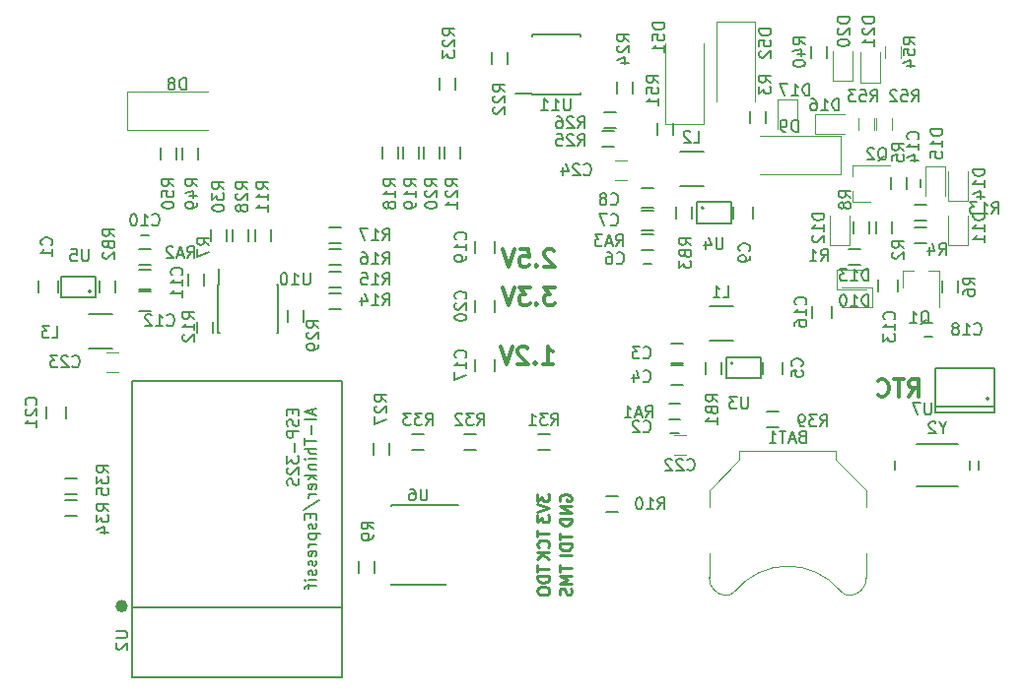
<source format=gbo>
G04 #@! TF.FileFunction,Legend,Bot*
%FSLAX46Y46*%
G04 Gerber Fmt 4.6, Leading zero omitted, Abs format (unit mm)*
G04 Created by KiCad (PCBNEW 4.0.7+dfsg1-1) date Wed Oct  4 23:26:46 2017*
%MOMM*%
%LPD*%
G01*
G04 APERTURE LIST*
%ADD10C,0.100000*%
%ADD11C,0.300000*%
%ADD12C,0.250000*%
%ADD13C,0.120000*%
%ADD14C,0.150000*%
%ADD15C,0.500000*%
%ADD16C,0.200000*%
G04 APERTURE END LIST*
D10*
D11*
X144502857Y-81823429D02*
X144431428Y-81752000D01*
X144288571Y-81680571D01*
X143931428Y-81680571D01*
X143788571Y-81752000D01*
X143717142Y-81823429D01*
X143645714Y-81966286D01*
X143645714Y-82109143D01*
X143717142Y-82323429D01*
X144574285Y-83180571D01*
X143645714Y-83180571D01*
X143002857Y-83037714D02*
X142931429Y-83109143D01*
X143002857Y-83180571D01*
X143074286Y-83109143D01*
X143002857Y-83037714D01*
X143002857Y-83180571D01*
X141574285Y-81680571D02*
X142288571Y-81680571D01*
X142360000Y-82394857D01*
X142288571Y-82323429D01*
X142145714Y-82252000D01*
X141788571Y-82252000D01*
X141645714Y-82323429D01*
X141574285Y-82394857D01*
X141502857Y-82537714D01*
X141502857Y-82894857D01*
X141574285Y-83037714D01*
X141645714Y-83109143D01*
X141788571Y-83180571D01*
X142145714Y-83180571D01*
X142288571Y-83109143D01*
X142360000Y-83037714D01*
X141074286Y-81680571D02*
X140574286Y-83180571D01*
X140074286Y-81680571D01*
X144574285Y-84982571D02*
X143645714Y-84982571D01*
X144145714Y-85554000D01*
X143931428Y-85554000D01*
X143788571Y-85625429D01*
X143717142Y-85696857D01*
X143645714Y-85839714D01*
X143645714Y-86196857D01*
X143717142Y-86339714D01*
X143788571Y-86411143D01*
X143931428Y-86482571D01*
X144360000Y-86482571D01*
X144502857Y-86411143D01*
X144574285Y-86339714D01*
X143002857Y-86339714D02*
X142931429Y-86411143D01*
X143002857Y-86482571D01*
X143074286Y-86411143D01*
X143002857Y-86339714D01*
X143002857Y-86482571D01*
X142431428Y-84982571D02*
X141502857Y-84982571D01*
X142002857Y-85554000D01*
X141788571Y-85554000D01*
X141645714Y-85625429D01*
X141574285Y-85696857D01*
X141502857Y-85839714D01*
X141502857Y-86196857D01*
X141574285Y-86339714D01*
X141645714Y-86411143D01*
X141788571Y-86482571D01*
X142217143Y-86482571D01*
X142360000Y-86411143D01*
X142431428Y-86339714D01*
X141074286Y-84982571D02*
X140574286Y-86482571D01*
X140074286Y-84982571D01*
X143518714Y-91562571D02*
X144375857Y-91562571D01*
X143947285Y-91562571D02*
X143947285Y-90062571D01*
X144090142Y-90276857D01*
X144233000Y-90419714D01*
X144375857Y-90491143D01*
X142875857Y-91419714D02*
X142804429Y-91491143D01*
X142875857Y-91562571D01*
X142947286Y-91491143D01*
X142875857Y-91419714D01*
X142875857Y-91562571D01*
X142233000Y-90205429D02*
X142161571Y-90134000D01*
X142018714Y-90062571D01*
X141661571Y-90062571D01*
X141518714Y-90134000D01*
X141447285Y-90205429D01*
X141375857Y-90348286D01*
X141375857Y-90491143D01*
X141447285Y-90705429D01*
X142304428Y-91562571D01*
X141375857Y-91562571D01*
X140947286Y-90062571D02*
X140447286Y-91562571D01*
X139947286Y-90062571D01*
D12*
X143082381Y-105854286D02*
X143082381Y-106425715D01*
X144082381Y-106140000D02*
X143082381Y-106140000D01*
X143987143Y-107330477D02*
X144034762Y-107282858D01*
X144082381Y-107140001D01*
X144082381Y-107044763D01*
X144034762Y-106901905D01*
X143939524Y-106806667D01*
X143844286Y-106759048D01*
X143653810Y-106711429D01*
X143510952Y-106711429D01*
X143320476Y-106759048D01*
X143225238Y-106806667D01*
X143130000Y-106901905D01*
X143082381Y-107044763D01*
X143082381Y-107140001D01*
X143130000Y-107282858D01*
X143177619Y-107330477D01*
X144082381Y-107759048D02*
X143082381Y-107759048D01*
X144082381Y-108330477D02*
X143510952Y-107901905D01*
X143082381Y-108330477D02*
X143653810Y-107759048D01*
X143082381Y-102726905D02*
X143082381Y-103345953D01*
X143463333Y-103012619D01*
X143463333Y-103155477D01*
X143510952Y-103250715D01*
X143558571Y-103298334D01*
X143653810Y-103345953D01*
X143891905Y-103345953D01*
X143987143Y-103298334D01*
X144034762Y-103250715D01*
X144082381Y-103155477D01*
X144082381Y-102869762D01*
X144034762Y-102774524D01*
X143987143Y-102726905D01*
X143082381Y-103631667D02*
X144082381Y-103965000D01*
X143082381Y-104298334D01*
X143082381Y-104536429D02*
X143082381Y-105155477D01*
X143463333Y-104822143D01*
X143463333Y-104965001D01*
X143510952Y-105060239D01*
X143558571Y-105107858D01*
X143653810Y-105155477D01*
X143891905Y-105155477D01*
X143987143Y-105107858D01*
X144034762Y-105060239D01*
X144082381Y-104965001D01*
X144082381Y-104679286D01*
X144034762Y-104584048D01*
X143987143Y-104536429D01*
X143082381Y-108878476D02*
X143082381Y-109449905D01*
X144082381Y-109164190D02*
X143082381Y-109164190D01*
X144082381Y-109783238D02*
X143082381Y-109783238D01*
X143082381Y-110021333D01*
X143130000Y-110164191D01*
X143225238Y-110259429D01*
X143320476Y-110307048D01*
X143510952Y-110354667D01*
X143653810Y-110354667D01*
X143844286Y-110307048D01*
X143939524Y-110259429D01*
X144034762Y-110164191D01*
X144082381Y-110021333D01*
X144082381Y-109783238D01*
X143082381Y-110973714D02*
X143082381Y-111164191D01*
X143130000Y-111259429D01*
X143225238Y-111354667D01*
X143415714Y-111402286D01*
X143749048Y-111402286D01*
X143939524Y-111354667D01*
X144034762Y-111259429D01*
X144082381Y-111164191D01*
X144082381Y-110973714D01*
X144034762Y-110878476D01*
X143939524Y-110783238D01*
X143749048Y-110735619D01*
X143415714Y-110735619D01*
X143225238Y-110783238D01*
X143130000Y-110878476D01*
X143082381Y-110973714D01*
X145035000Y-103330096D02*
X144987381Y-103234858D01*
X144987381Y-103092001D01*
X145035000Y-102949143D01*
X145130238Y-102853905D01*
X145225476Y-102806286D01*
X145415952Y-102758667D01*
X145558810Y-102758667D01*
X145749286Y-102806286D01*
X145844524Y-102853905D01*
X145939762Y-102949143D01*
X145987381Y-103092001D01*
X145987381Y-103187239D01*
X145939762Y-103330096D01*
X145892143Y-103377715D01*
X145558810Y-103377715D01*
X145558810Y-103187239D01*
X145987381Y-103806286D02*
X144987381Y-103806286D01*
X145987381Y-104377715D01*
X144987381Y-104377715D01*
X145987381Y-104853905D02*
X144987381Y-104853905D01*
X144987381Y-105092000D01*
X145035000Y-105234858D01*
X145130238Y-105330096D01*
X145225476Y-105377715D01*
X145415952Y-105425334D01*
X145558810Y-105425334D01*
X145749286Y-105377715D01*
X145844524Y-105330096D01*
X145939762Y-105234858D01*
X145987381Y-105092000D01*
X145987381Y-104853905D01*
X144987381Y-106116191D02*
X144987381Y-106687620D01*
X145987381Y-106401905D02*
X144987381Y-106401905D01*
X145987381Y-107020953D02*
X144987381Y-107020953D01*
X144987381Y-107259048D01*
X145035000Y-107401906D01*
X145130238Y-107497144D01*
X145225476Y-107544763D01*
X145415952Y-107592382D01*
X145558810Y-107592382D01*
X145749286Y-107544763D01*
X145844524Y-107497144D01*
X145939762Y-107401906D01*
X145987381Y-107259048D01*
X145987381Y-107020953D01*
X145987381Y-108020953D02*
X144987381Y-108020953D01*
X144987381Y-108854667D02*
X144987381Y-109426096D01*
X145987381Y-109140381D02*
X144987381Y-109140381D01*
X145987381Y-109759429D02*
X144987381Y-109759429D01*
X145701667Y-110092763D01*
X144987381Y-110426096D01*
X145987381Y-110426096D01*
X145939762Y-110854667D02*
X145987381Y-110997524D01*
X145987381Y-111235620D01*
X145939762Y-111330858D01*
X145892143Y-111378477D01*
X145796905Y-111426096D01*
X145701667Y-111426096D01*
X145606429Y-111378477D01*
X145558810Y-111330858D01*
X145511190Y-111235620D01*
X145463571Y-111045143D01*
X145415952Y-110949905D01*
X145368333Y-110902286D01*
X145273095Y-110854667D01*
X145177857Y-110854667D01*
X145082619Y-110902286D01*
X145035000Y-110949905D01*
X144987381Y-111045143D01*
X144987381Y-111283239D01*
X145035000Y-111426096D01*
D11*
X174967142Y-94356571D02*
X175467142Y-93642286D01*
X175824285Y-94356571D02*
X175824285Y-92856571D01*
X175252857Y-92856571D01*
X175109999Y-92928000D01*
X175038571Y-92999429D01*
X174967142Y-93142286D01*
X174967142Y-93356571D01*
X175038571Y-93499429D01*
X175109999Y-93570857D01*
X175252857Y-93642286D01*
X175824285Y-93642286D01*
X174538571Y-92856571D02*
X173681428Y-92856571D01*
X174109999Y-94356571D02*
X174109999Y-92856571D01*
X172324285Y-94213714D02*
X172395714Y-94285143D01*
X172610000Y-94356571D01*
X172752857Y-94356571D01*
X172967142Y-94285143D01*
X173110000Y-94142286D01*
X173181428Y-93999429D01*
X173252857Y-93713714D01*
X173252857Y-93499429D01*
X173181428Y-93213714D01*
X173110000Y-93070857D01*
X172967142Y-92928000D01*
X172752857Y-92856571D01*
X172610000Y-92856571D01*
X172395714Y-92928000D01*
X172324285Y-92999429D01*
D13*
X157345000Y-70900000D02*
X154045000Y-70900000D01*
X154045000Y-70900000D02*
X154045000Y-64000000D01*
X157345000Y-70900000D02*
X157345000Y-64000000D01*
D14*
X153369000Y-70826000D02*
X153369000Y-71826000D01*
X154719000Y-71826000D02*
X154719000Y-70826000D01*
X157870000Y-89565000D02*
X159870000Y-89565000D01*
X159870000Y-86615000D02*
X157870000Y-86615000D01*
X159886803Y-91500000D02*
G75*
G03X159886803Y-91500000I-111803J0D01*
G01*
X159275000Y-92800000D02*
X162275000Y-92800000D01*
X162275000Y-92800000D02*
X162275000Y-91000000D01*
X162275000Y-91000000D02*
X159275000Y-91000000D01*
X159275000Y-91000000D02*
X159275000Y-92800000D01*
X155330000Y-76230000D02*
X157330000Y-76230000D01*
X157330000Y-73280000D02*
X155330000Y-73280000D01*
X157346803Y-78135000D02*
G75*
G03X157346803Y-78135000I-111803J0D01*
G01*
X156735000Y-79435000D02*
X159735000Y-79435000D01*
X159735000Y-79435000D02*
X159735000Y-77635000D01*
X159735000Y-77635000D02*
X156735000Y-77635000D01*
X156735000Y-77635000D02*
X156735000Y-79435000D01*
X106530000Y-87250000D02*
X104530000Y-87250000D01*
X104530000Y-90200000D02*
X106530000Y-90200000D01*
X104736803Y-85315000D02*
G75*
G03X104736803Y-85315000I-111803J0D01*
G01*
X105125000Y-84015000D02*
X102125000Y-84015000D01*
X102125000Y-84015000D02*
X102125000Y-85815000D01*
X102125000Y-85815000D02*
X105125000Y-85815000D01*
X105125000Y-85815000D02*
X105125000Y-84015000D01*
X100235000Y-85415000D02*
X100235000Y-84415000D01*
X101935000Y-84415000D02*
X101935000Y-85415000D01*
X155560000Y-91480000D02*
X154560000Y-91480000D01*
X154560000Y-89780000D02*
X155560000Y-89780000D01*
X155560000Y-93385000D02*
X154560000Y-93385000D01*
X154560000Y-91685000D02*
X155560000Y-91685000D01*
X164165000Y-91400000D02*
X164165000Y-92400000D01*
X162465000Y-92400000D02*
X162465000Y-91400000D01*
X153020000Y-80050000D02*
X152020000Y-80050000D01*
X152020000Y-78350000D02*
X153020000Y-78350000D01*
X153020000Y-78145000D02*
X152020000Y-78145000D01*
X152020000Y-76445000D02*
X153020000Y-76445000D01*
X161625000Y-78065000D02*
X161625000Y-79065000D01*
X159925000Y-79065000D02*
X159925000Y-78065000D01*
X108840000Y-83430000D02*
X109840000Y-83430000D01*
X109840000Y-85130000D02*
X108840000Y-85130000D01*
X108840000Y-85335000D02*
X109840000Y-85335000D01*
X109840000Y-87035000D02*
X108840000Y-87035000D01*
X181857000Y-94567000D02*
G75*
G03X181857000Y-94567000I-127000J0D01*
G01*
X182365000Y-95202000D02*
X177285000Y-95202000D01*
X182365000Y-91900000D02*
X177285000Y-91900000D01*
X182365000Y-95710000D02*
X177285000Y-95710000D01*
X182365000Y-95710000D02*
X182365000Y-91900000D01*
X177285000Y-95710000D02*
X177285000Y-91900000D01*
X174071000Y-84288000D02*
X174071000Y-85288000D01*
X172371000Y-85288000D02*
X172371000Y-84288000D01*
D13*
X174435000Y-83520000D02*
X175365000Y-83520000D01*
X177595000Y-83520000D02*
X176665000Y-83520000D01*
X177595000Y-83520000D02*
X177595000Y-86680000D01*
X174435000Y-83520000D02*
X174435000Y-84980000D01*
X170175000Y-77605000D02*
X170175000Y-76675000D01*
X170175000Y-74445000D02*
X170175000Y-75375000D01*
X170175000Y-74445000D02*
X173335000Y-74445000D01*
X170175000Y-77605000D02*
X171635000Y-77605000D01*
D14*
X154510000Y-97510000D02*
X155210000Y-97510000D01*
X155210000Y-96310000D02*
X154510000Y-96310000D01*
X152170000Y-82975000D02*
X152870000Y-82975000D01*
X152870000Y-81775000D02*
X152170000Y-81775000D01*
X109690000Y-80505000D02*
X108990000Y-80505000D01*
X108990000Y-81705000D02*
X109690000Y-81705000D01*
X174780000Y-75675000D02*
X174780000Y-76375000D01*
X175980000Y-76375000D02*
X175980000Y-75675000D01*
X170800000Y-81700000D02*
X169800000Y-81700000D01*
X169800000Y-83050000D02*
X170800000Y-83050000D01*
X172165000Y-79335000D02*
X172165000Y-80335000D01*
X173515000Y-80335000D02*
X173515000Y-79335000D01*
X175515000Y-81145000D02*
X176515000Y-81145000D01*
X176515000Y-79795000D02*
X175515000Y-79795000D01*
X174785000Y-76525000D02*
X174785000Y-75525000D01*
X173435000Y-75525000D02*
X173435000Y-76525000D01*
X179230000Y-85415000D02*
X179230000Y-84415000D01*
X177880000Y-84415000D02*
X177880000Y-85415000D01*
X114460000Y-84780000D02*
X114460000Y-83780000D01*
X113110000Y-83780000D02*
X113110000Y-84780000D01*
X170260000Y-79335000D02*
X170260000Y-80335000D01*
X171610000Y-80335000D02*
X171610000Y-79335000D01*
X129065000Y-109545000D02*
X129065000Y-108545000D01*
X127715000Y-108545000D02*
X127715000Y-109545000D01*
X148972000Y-104259000D02*
X149972000Y-104259000D01*
X149972000Y-102909000D02*
X148972000Y-102909000D01*
X175515000Y-79240000D02*
X176515000Y-79240000D01*
X176515000Y-77890000D02*
X175515000Y-77890000D01*
X155360000Y-94965000D02*
X154360000Y-94965000D01*
X154360000Y-96315000D02*
X155360000Y-96315000D01*
X108840000Y-83050000D02*
X109840000Y-83050000D01*
X109840000Y-81700000D02*
X108840000Y-81700000D01*
X153020000Y-80430000D02*
X152020000Y-80430000D01*
X152020000Y-81780000D02*
X153020000Y-81780000D01*
X158910000Y-92400000D02*
X158910000Y-91400000D01*
X157560000Y-91400000D02*
X157560000Y-92400000D01*
X105490000Y-84415000D02*
X105490000Y-85415000D01*
X106840000Y-85415000D02*
X106840000Y-84415000D01*
X156370000Y-79065000D02*
X156370000Y-78065000D01*
X155020000Y-78065000D02*
X155020000Y-79065000D01*
X125182000Y-86860000D02*
X126182000Y-86860000D01*
X126182000Y-85510000D02*
X125182000Y-85510000D01*
X125182000Y-84954000D02*
X126182000Y-84954000D01*
X126182000Y-83604000D02*
X125182000Y-83604000D01*
X125182000Y-83050000D02*
X126182000Y-83050000D01*
X126182000Y-81700000D02*
X125182000Y-81700000D01*
X125182000Y-81145000D02*
X126182000Y-81145000D01*
X126182000Y-79795000D02*
X125182000Y-79795000D01*
X129747000Y-72858000D02*
X129747000Y-73858000D01*
X131097000Y-73858000D02*
X131097000Y-72858000D01*
X131525000Y-72858000D02*
X131525000Y-73858000D01*
X132875000Y-73858000D02*
X132875000Y-72858000D01*
X133303000Y-72858000D02*
X133303000Y-73858000D01*
X134653000Y-73858000D02*
X134653000Y-72858000D01*
X135081000Y-72858000D02*
X135081000Y-73858000D01*
X136431000Y-73858000D02*
X136431000Y-72858000D01*
X115655000Y-84745000D02*
X115705000Y-84745000D01*
X115655000Y-88895000D02*
X115800000Y-88895000D01*
X120805000Y-88895000D02*
X120660000Y-88895000D01*
X120805000Y-84745000D02*
X120660000Y-84745000D01*
X115655000Y-84745000D02*
X115655000Y-88895000D01*
X120805000Y-84745000D02*
X120805000Y-88895000D01*
X115705000Y-84745000D02*
X115705000Y-83345000D01*
X176300000Y-89198000D02*
X177000000Y-89198000D01*
X177000000Y-87998000D02*
X176300000Y-87998000D01*
X142605000Y-68375000D02*
X142605000Y-68325000D01*
X146755000Y-68375000D02*
X146755000Y-68230000D01*
X146755000Y-63225000D02*
X146755000Y-63370000D01*
X142605000Y-63225000D02*
X142605000Y-63370000D01*
X142605000Y-68375000D02*
X146755000Y-68375000D01*
X142605000Y-63225000D02*
X146755000Y-63225000D01*
X142605000Y-68325000D02*
X141205000Y-68325000D01*
D15*
X107638415Y-112384338D02*
G75*
G03X107638415Y-112384338I-283981J0D01*
G01*
D14*
X126260434Y-112530338D02*
X108260434Y-112530338D01*
X108260434Y-118530338D02*
X108260434Y-93030338D01*
X126260434Y-118530338D02*
X126260434Y-93030338D01*
X126260434Y-93030338D02*
X108260434Y-93030338D01*
X126260434Y-118530338D02*
X108260434Y-118530338D01*
X161370000Y-69810000D02*
X161370000Y-70810000D01*
X162720000Y-70810000D02*
X162720000Y-69810000D01*
X139145000Y-64730000D02*
X139145000Y-65730000D01*
X140495000Y-65730000D02*
X140495000Y-64730000D01*
X134700000Y-66932000D02*
X134700000Y-67932000D01*
X136050000Y-67932000D02*
X136050000Y-66932000D01*
X149940000Y-67270000D02*
X149940000Y-68270000D01*
X151290000Y-68270000D02*
X151290000Y-67270000D01*
X148675000Y-72890000D02*
X149675000Y-72890000D01*
X149675000Y-71540000D02*
X148675000Y-71540000D01*
X148780000Y-71275000D02*
X149780000Y-71275000D01*
X149780000Y-69925000D02*
X148780000Y-69925000D01*
X130510000Y-103690000D02*
X130510000Y-103790000D01*
X130510000Y-110515000D02*
X130510000Y-110490000D01*
X135160000Y-110515000D02*
X135160000Y-110490000D01*
X136235000Y-103690000D02*
X130510000Y-103690000D01*
X135160000Y-110515000D02*
X130510000Y-110515000D01*
X120175000Y-80970000D02*
X120175000Y-79970000D01*
X118825000Y-79970000D02*
X118825000Y-80970000D01*
X113805000Y-87900000D02*
X113805000Y-88900000D01*
X115155000Y-88900000D02*
X115155000Y-87900000D01*
X128985000Y-98385000D02*
X128985000Y-99385000D01*
X130335000Y-99385000D02*
X130335000Y-98385000D01*
X118270000Y-80970000D02*
X118270000Y-79970000D01*
X116920000Y-79970000D02*
X116920000Y-80970000D01*
X122955000Y-87900000D02*
X122955000Y-86900000D01*
X121605000Y-86900000D02*
X121605000Y-87900000D01*
X116365000Y-80970000D02*
X116365000Y-79970000D01*
X115015000Y-79970000D02*
X115015000Y-80970000D01*
X143130000Y-98925000D02*
X144130000Y-98925000D01*
X144130000Y-97575000D02*
X143130000Y-97575000D01*
X136780000Y-98925000D02*
X137780000Y-98925000D01*
X137780000Y-97575000D02*
X136780000Y-97575000D01*
X132335000Y-98925000D02*
X133335000Y-98925000D01*
X133335000Y-97575000D02*
X132335000Y-97575000D01*
X103490000Y-103290000D02*
X102490000Y-103290000D01*
X102490000Y-104640000D02*
X103490000Y-104640000D01*
X103490000Y-101385000D02*
X102490000Y-101385000D01*
X102490000Y-102735000D02*
X103490000Y-102735000D01*
X168356000Y-86574000D02*
X168356000Y-87574000D01*
X166656000Y-87574000D02*
X166656000Y-86574000D01*
X162815000Y-97020000D02*
X163815000Y-97020000D01*
X163815000Y-95670000D02*
X162815000Y-95670000D01*
X166577000Y-64222000D02*
X166577000Y-65222000D01*
X167927000Y-65222000D02*
X167927000Y-64222000D01*
X137700000Y-92146000D02*
X137700000Y-91146000D01*
X139400000Y-91146000D02*
X139400000Y-92146000D01*
X139400000Y-80986000D02*
X139400000Y-81986000D01*
X137700000Y-81986000D02*
X137700000Y-80986000D01*
X137700000Y-87066000D02*
X137700000Y-86066000D01*
X139400000Y-86066000D02*
X139400000Y-87066000D01*
X100870000Y-96210000D02*
X100870000Y-95210000D01*
X102570000Y-95210000D02*
X102570000Y-96210000D01*
X112602000Y-72985000D02*
X112602000Y-73985000D01*
X113952000Y-73985000D02*
X113952000Y-72985000D01*
X110697000Y-72985000D02*
X110697000Y-73985000D01*
X112047000Y-73985000D02*
X112047000Y-72985000D01*
D13*
X172160000Y-70445000D02*
X172160000Y-71445000D01*
X173520000Y-71445000D02*
X173520000Y-70445000D01*
X170636000Y-70445000D02*
X170636000Y-71445000D01*
X171996000Y-71445000D02*
X171996000Y-70445000D01*
X159170385Y-111454160D02*
G75*
G03X160085000Y-111070000I124615J984160D01*
G01*
X169999615Y-111454160D02*
G75*
G02X169085000Y-111070000I-124615J984160D01*
G01*
X160094339Y-111058671D02*
G75*
G02X169085000Y-111070000I4490661J-3711329D01*
G01*
X157835000Y-109920000D02*
G75*
G03X159285000Y-111470000I1500000J-50000D01*
G01*
X171335000Y-109920000D02*
G75*
G02X169885000Y-111470000I-1500000J-50000D01*
G01*
X157835000Y-107870000D02*
X157835000Y-109970000D01*
X171335000Y-107870000D02*
X171335000Y-109970000D01*
X171335000Y-103870000D02*
X171335000Y-102420000D01*
X171335000Y-102420000D02*
X168735000Y-99820000D01*
X168735000Y-99820000D02*
X168735000Y-99020000D01*
X168735000Y-99020000D02*
X160435000Y-99020000D01*
X160435000Y-99020000D02*
X160435000Y-99820000D01*
X160435000Y-99820000D02*
X157835000Y-102420000D01*
X157835000Y-102420000D02*
X157835000Y-103870000D01*
D14*
X173812000Y-99882000D02*
X173812000Y-100682000D01*
X179212000Y-98482000D02*
X175612000Y-98482000D01*
X179212000Y-102082000D02*
X175612000Y-102082000D01*
X180212000Y-99882000D02*
X180212000Y-100682000D01*
X181012000Y-99882000D02*
X181012000Y-100682000D01*
D13*
X176435000Y-74525000D02*
X178135000Y-74525000D01*
X178135000Y-74525000D02*
X178135000Y-77075000D01*
X176435000Y-74525000D02*
X176435000Y-77075000D01*
X168800000Y-85130000D02*
X168800000Y-83430000D01*
X168800000Y-83430000D02*
X171350000Y-83430000D01*
X168800000Y-85130000D02*
X171350000Y-85130000D01*
X180040000Y-81335000D02*
X178340000Y-81335000D01*
X178340000Y-81335000D02*
X178340000Y-78785000D01*
X180040000Y-81335000D02*
X180040000Y-78785000D01*
X169880000Y-81335000D02*
X168180000Y-81335000D01*
X168180000Y-81335000D02*
X168180000Y-78785000D01*
X169880000Y-81335000D02*
X169880000Y-78785000D01*
X171800000Y-84954000D02*
X171800000Y-86654000D01*
X171800000Y-86654000D02*
X169250000Y-86654000D01*
X171800000Y-84954000D02*
X169250000Y-84954000D01*
X180040000Y-77525000D02*
X178340000Y-77525000D01*
X178340000Y-77525000D02*
X178340000Y-74975000D01*
X180040000Y-77525000D02*
X180040000Y-74975000D01*
X166895000Y-71795000D02*
X166895000Y-70095000D01*
X166895000Y-70095000D02*
X169445000Y-70095000D01*
X166895000Y-71795000D02*
X169445000Y-71795000D01*
X163735000Y-68810000D02*
X165435000Y-68810000D01*
X165435000Y-68810000D02*
X165435000Y-71360000D01*
X163735000Y-68810000D02*
X163735000Y-71360000D01*
X170134000Y-67238000D02*
X168434000Y-67238000D01*
X168434000Y-67238000D02*
X168434000Y-64688000D01*
X170134000Y-67238000D02*
X170134000Y-64688000D01*
X172547000Y-67331000D02*
X170847000Y-67331000D01*
X170847000Y-67331000D02*
X170847000Y-64781000D01*
X172547000Y-67331000D02*
X172547000Y-64781000D01*
X107861000Y-71452000D02*
X107861000Y-68152000D01*
X107861000Y-68152000D02*
X114761000Y-68152000D01*
X107861000Y-71452000D02*
X114761000Y-71452000D01*
X169112000Y-71962000D02*
X169112000Y-75262000D01*
X169112000Y-75262000D02*
X162212000Y-75262000D01*
X169112000Y-71962000D02*
X162212000Y-71962000D01*
X158490000Y-62100000D02*
X161790000Y-62100000D01*
X161790000Y-62100000D02*
X161790000Y-69000000D01*
X158490000Y-62100000D02*
X158490000Y-69000000D01*
X155814000Y-99354000D02*
X154814000Y-99354000D01*
X154814000Y-97654000D02*
X155814000Y-97654000D01*
X106046000Y-90542000D02*
X107046000Y-90542000D01*
X107046000Y-92242000D02*
X106046000Y-92242000D01*
X149734000Y-74032000D02*
X150734000Y-74032000D01*
X150734000Y-75732000D02*
X149734000Y-75732000D01*
X172922000Y-64222000D02*
X172922000Y-65222000D01*
X174282000Y-65222000D02*
X174282000Y-64222000D01*
D14*
X153988381Y-62237714D02*
X152988381Y-62237714D01*
X152988381Y-62475809D01*
X153036000Y-62618667D01*
X153131238Y-62713905D01*
X153226476Y-62761524D01*
X153416952Y-62809143D01*
X153559810Y-62809143D01*
X153750286Y-62761524D01*
X153845524Y-62713905D01*
X153940762Y-62618667D01*
X153988381Y-62475809D01*
X153988381Y-62237714D01*
X152988381Y-63713905D02*
X152988381Y-63237714D01*
X153464571Y-63190095D01*
X153416952Y-63237714D01*
X153369333Y-63332952D01*
X153369333Y-63571048D01*
X153416952Y-63666286D01*
X153464571Y-63713905D01*
X153559810Y-63761524D01*
X153797905Y-63761524D01*
X153893143Y-63713905D01*
X153940762Y-63666286D01*
X153988381Y-63571048D01*
X153988381Y-63332952D01*
X153940762Y-63237714D01*
X153893143Y-63190095D01*
X153988381Y-64713905D02*
X153988381Y-64142476D01*
X153988381Y-64428190D02*
X152988381Y-64428190D01*
X153131238Y-64332952D01*
X153226476Y-64237714D01*
X153274095Y-64142476D01*
X153480381Y-67381143D02*
X153004190Y-67047809D01*
X153480381Y-66809714D02*
X152480381Y-66809714D01*
X152480381Y-67190667D01*
X152528000Y-67285905D01*
X152575619Y-67333524D01*
X152670857Y-67381143D01*
X152813714Y-67381143D01*
X152908952Y-67333524D01*
X152956571Y-67285905D01*
X153004190Y-67190667D01*
X153004190Y-66809714D01*
X152480381Y-68285905D02*
X152480381Y-67809714D01*
X152956571Y-67762095D01*
X152908952Y-67809714D01*
X152861333Y-67904952D01*
X152861333Y-68143048D01*
X152908952Y-68238286D01*
X152956571Y-68285905D01*
X153051810Y-68333524D01*
X153289905Y-68333524D01*
X153385143Y-68285905D01*
X153432762Y-68238286D01*
X153480381Y-68143048D01*
X153480381Y-67904952D01*
X153432762Y-67809714D01*
X153385143Y-67762095D01*
X153480381Y-69285905D02*
X153480381Y-68714476D01*
X153480381Y-69000190D02*
X152480381Y-69000190D01*
X152623238Y-68904952D01*
X152718476Y-68809714D01*
X152766095Y-68714476D01*
X159036666Y-85842381D02*
X159512857Y-85842381D01*
X159512857Y-84842381D01*
X158179523Y-85842381D02*
X158750952Y-85842381D01*
X158465238Y-85842381D02*
X158465238Y-84842381D01*
X158560476Y-84985238D01*
X158655714Y-85080476D01*
X158750952Y-85128095D01*
D16*
X161155905Y-94400381D02*
X161155905Y-95209905D01*
X161108286Y-95305143D01*
X161060667Y-95352762D01*
X160965429Y-95400381D01*
X160774952Y-95400381D01*
X160679714Y-95352762D01*
X160632095Y-95305143D01*
X160584476Y-95209905D01*
X160584476Y-94400381D01*
X160203524Y-94400381D02*
X159584476Y-94400381D01*
X159917810Y-94781333D01*
X159774952Y-94781333D01*
X159679714Y-94828952D01*
X159632095Y-94876571D01*
X159584476Y-94971810D01*
X159584476Y-95209905D01*
X159632095Y-95305143D01*
X159679714Y-95352762D01*
X159774952Y-95400381D01*
X160060667Y-95400381D01*
X160155905Y-95352762D01*
X160203524Y-95305143D01*
D14*
X156496666Y-72507381D02*
X156972857Y-72507381D01*
X156972857Y-71507381D01*
X156210952Y-71602619D02*
X156163333Y-71555000D01*
X156068095Y-71507381D01*
X155829999Y-71507381D01*
X155734761Y-71555000D01*
X155687142Y-71602619D01*
X155639523Y-71697857D01*
X155639523Y-71793095D01*
X155687142Y-71935952D01*
X156258571Y-72507381D01*
X155639523Y-72507381D01*
D16*
X158996905Y-80684381D02*
X158996905Y-81493905D01*
X158949286Y-81589143D01*
X158901667Y-81636762D01*
X158806429Y-81684381D01*
X158615952Y-81684381D01*
X158520714Y-81636762D01*
X158473095Y-81589143D01*
X158425476Y-81493905D01*
X158425476Y-80684381D01*
X157520714Y-81017714D02*
X157520714Y-81684381D01*
X157758810Y-80636762D02*
X157996905Y-81351048D01*
X157377857Y-81351048D01*
D14*
X101378666Y-89304381D02*
X101854857Y-89304381D01*
X101854857Y-88304381D01*
X101140571Y-88304381D02*
X100521523Y-88304381D01*
X100854857Y-88685333D01*
X100711999Y-88685333D01*
X100616761Y-88732952D01*
X100569142Y-88780571D01*
X100521523Y-88875810D01*
X100521523Y-89113905D01*
X100569142Y-89209143D01*
X100616761Y-89256762D01*
X100711999Y-89304381D01*
X100997714Y-89304381D01*
X101092952Y-89256762D01*
X101140571Y-89209143D01*
D16*
X104513905Y-81700381D02*
X104513905Y-82509905D01*
X104466286Y-82605143D01*
X104418667Y-82652762D01*
X104323429Y-82700381D01*
X104132952Y-82700381D01*
X104037714Y-82652762D01*
X103990095Y-82605143D01*
X103942476Y-82509905D01*
X103942476Y-81700381D01*
X102990095Y-81700381D02*
X103466286Y-81700381D01*
X103513905Y-82176571D01*
X103466286Y-82128952D01*
X103371048Y-82081333D01*
X103132952Y-82081333D01*
X103037714Y-82128952D01*
X102990095Y-82176571D01*
X102942476Y-82271810D01*
X102942476Y-82509905D01*
X102990095Y-82605143D01*
X103037714Y-82652762D01*
X103132952Y-82700381D01*
X103371048Y-82700381D01*
X103466286Y-82652762D01*
X103513905Y-82605143D01*
D14*
X101315143Y-81319334D02*
X101362762Y-81271715D01*
X101410381Y-81128858D01*
X101410381Y-81033620D01*
X101362762Y-80890762D01*
X101267524Y-80795524D01*
X101172286Y-80747905D01*
X100981810Y-80700286D01*
X100838952Y-80700286D01*
X100648476Y-80747905D01*
X100553238Y-80795524D01*
X100458000Y-80890762D01*
X100410381Y-81033620D01*
X100410381Y-81128858D01*
X100458000Y-81271715D01*
X100505619Y-81319334D01*
X101410381Y-82271715D02*
X101410381Y-81700286D01*
X101410381Y-81986000D02*
X100410381Y-81986000D01*
X100553238Y-81890762D01*
X100648476Y-81795524D01*
X100696095Y-81700286D01*
X152178666Y-90987143D02*
X152226285Y-91034762D01*
X152369142Y-91082381D01*
X152464380Y-91082381D01*
X152607238Y-91034762D01*
X152702476Y-90939524D01*
X152750095Y-90844286D01*
X152797714Y-90653810D01*
X152797714Y-90510952D01*
X152750095Y-90320476D01*
X152702476Y-90225238D01*
X152607238Y-90130000D01*
X152464380Y-90082381D01*
X152369142Y-90082381D01*
X152226285Y-90130000D01*
X152178666Y-90177619D01*
X151845333Y-90082381D02*
X151226285Y-90082381D01*
X151559619Y-90463333D01*
X151416761Y-90463333D01*
X151321523Y-90510952D01*
X151273904Y-90558571D01*
X151226285Y-90653810D01*
X151226285Y-90891905D01*
X151273904Y-90987143D01*
X151321523Y-91034762D01*
X151416761Y-91082381D01*
X151702476Y-91082381D01*
X151797714Y-91034762D01*
X151845333Y-90987143D01*
X152178666Y-93019143D02*
X152226285Y-93066762D01*
X152369142Y-93114381D01*
X152464380Y-93114381D01*
X152607238Y-93066762D01*
X152702476Y-92971524D01*
X152750095Y-92876286D01*
X152797714Y-92685810D01*
X152797714Y-92542952D01*
X152750095Y-92352476D01*
X152702476Y-92257238D01*
X152607238Y-92162000D01*
X152464380Y-92114381D01*
X152369142Y-92114381D01*
X152226285Y-92162000D01*
X152178666Y-92209619D01*
X151321523Y-92447714D02*
X151321523Y-93114381D01*
X151559619Y-92066762D02*
X151797714Y-92781048D01*
X151178666Y-92781048D01*
X165772143Y-91733334D02*
X165819762Y-91685715D01*
X165867381Y-91542858D01*
X165867381Y-91447620D01*
X165819762Y-91304762D01*
X165724524Y-91209524D01*
X165629286Y-91161905D01*
X165438810Y-91114286D01*
X165295952Y-91114286D01*
X165105476Y-91161905D01*
X165010238Y-91209524D01*
X164915000Y-91304762D01*
X164867381Y-91447620D01*
X164867381Y-91542858D01*
X164915000Y-91685715D01*
X164962619Y-91733334D01*
X164867381Y-92638096D02*
X164867381Y-92161905D01*
X165343571Y-92114286D01*
X165295952Y-92161905D01*
X165248333Y-92257143D01*
X165248333Y-92495239D01*
X165295952Y-92590477D01*
X165343571Y-92638096D01*
X165438810Y-92685715D01*
X165676905Y-92685715D01*
X165772143Y-92638096D01*
X165819762Y-92590477D01*
X165867381Y-92495239D01*
X165867381Y-92257143D01*
X165819762Y-92161905D01*
X165772143Y-92114286D01*
X149384666Y-79557143D02*
X149432285Y-79604762D01*
X149575142Y-79652381D01*
X149670380Y-79652381D01*
X149813238Y-79604762D01*
X149908476Y-79509524D01*
X149956095Y-79414286D01*
X150003714Y-79223810D01*
X150003714Y-79080952D01*
X149956095Y-78890476D01*
X149908476Y-78795238D01*
X149813238Y-78700000D01*
X149670380Y-78652381D01*
X149575142Y-78652381D01*
X149432285Y-78700000D01*
X149384666Y-78747619D01*
X149051333Y-78652381D02*
X148384666Y-78652381D01*
X148813238Y-79652381D01*
X149384666Y-77779143D02*
X149432285Y-77826762D01*
X149575142Y-77874381D01*
X149670380Y-77874381D01*
X149813238Y-77826762D01*
X149908476Y-77731524D01*
X149956095Y-77636286D01*
X150003714Y-77445810D01*
X150003714Y-77302952D01*
X149956095Y-77112476D01*
X149908476Y-77017238D01*
X149813238Y-76922000D01*
X149670380Y-76874381D01*
X149575142Y-76874381D01*
X149432285Y-76922000D01*
X149384666Y-76969619D01*
X148813238Y-77302952D02*
X148908476Y-77255333D01*
X148956095Y-77207714D01*
X149003714Y-77112476D01*
X149003714Y-77064857D01*
X148956095Y-76969619D01*
X148908476Y-76922000D01*
X148813238Y-76874381D01*
X148622761Y-76874381D01*
X148527523Y-76922000D01*
X148479904Y-76969619D01*
X148432285Y-77064857D01*
X148432285Y-77112476D01*
X148479904Y-77207714D01*
X148527523Y-77255333D01*
X148622761Y-77302952D01*
X148813238Y-77302952D01*
X148908476Y-77350571D01*
X148956095Y-77398190D01*
X149003714Y-77493429D01*
X149003714Y-77683905D01*
X148956095Y-77779143D01*
X148908476Y-77826762D01*
X148813238Y-77874381D01*
X148622761Y-77874381D01*
X148527523Y-77826762D01*
X148479904Y-77779143D01*
X148432285Y-77683905D01*
X148432285Y-77493429D01*
X148479904Y-77398190D01*
X148527523Y-77350571D01*
X148622761Y-77302952D01*
X161259143Y-81827334D02*
X161306762Y-81779715D01*
X161354381Y-81636858D01*
X161354381Y-81541620D01*
X161306762Y-81398762D01*
X161211524Y-81303524D01*
X161116286Y-81255905D01*
X160925810Y-81208286D01*
X160782952Y-81208286D01*
X160592476Y-81255905D01*
X160497238Y-81303524D01*
X160402000Y-81398762D01*
X160354381Y-81541620D01*
X160354381Y-81636858D01*
X160402000Y-81779715D01*
X160449619Y-81827334D01*
X161354381Y-82303524D02*
X161354381Y-82494000D01*
X161306762Y-82589239D01*
X161259143Y-82636858D01*
X161116286Y-82732096D01*
X160925810Y-82779715D01*
X160544857Y-82779715D01*
X160449619Y-82732096D01*
X160402000Y-82684477D01*
X160354381Y-82589239D01*
X160354381Y-82398762D01*
X160402000Y-82303524D01*
X160449619Y-82255905D01*
X160544857Y-82208286D01*
X160782952Y-82208286D01*
X160878190Y-82255905D01*
X160925810Y-82303524D01*
X160973429Y-82398762D01*
X160973429Y-82589239D01*
X160925810Y-82684477D01*
X160878190Y-82732096D01*
X160782952Y-82779715D01*
X112491143Y-83891143D02*
X112538762Y-83843524D01*
X112586381Y-83700667D01*
X112586381Y-83605429D01*
X112538762Y-83462571D01*
X112443524Y-83367333D01*
X112348286Y-83319714D01*
X112157810Y-83272095D01*
X112014952Y-83272095D01*
X111824476Y-83319714D01*
X111729238Y-83367333D01*
X111634000Y-83462571D01*
X111586381Y-83605429D01*
X111586381Y-83700667D01*
X111634000Y-83843524D01*
X111681619Y-83891143D01*
X112586381Y-84843524D02*
X112586381Y-84272095D01*
X112586381Y-84557809D02*
X111586381Y-84557809D01*
X111729238Y-84462571D01*
X111824476Y-84367333D01*
X111872095Y-84272095D01*
X112586381Y-85795905D02*
X112586381Y-85224476D01*
X112586381Y-85510190D02*
X111586381Y-85510190D01*
X111729238Y-85414952D01*
X111824476Y-85319714D01*
X111872095Y-85224476D01*
X111252857Y-88193143D02*
X111300476Y-88240762D01*
X111443333Y-88288381D01*
X111538571Y-88288381D01*
X111681429Y-88240762D01*
X111776667Y-88145524D01*
X111824286Y-88050286D01*
X111871905Y-87859810D01*
X111871905Y-87716952D01*
X111824286Y-87526476D01*
X111776667Y-87431238D01*
X111681429Y-87336000D01*
X111538571Y-87288381D01*
X111443333Y-87288381D01*
X111300476Y-87336000D01*
X111252857Y-87383619D01*
X110300476Y-88288381D02*
X110871905Y-88288381D01*
X110586191Y-88288381D02*
X110586191Y-87288381D01*
X110681429Y-87431238D01*
X110776667Y-87526476D01*
X110871905Y-87574095D01*
X109919524Y-87383619D02*
X109871905Y-87336000D01*
X109776667Y-87288381D01*
X109538571Y-87288381D01*
X109443333Y-87336000D01*
X109395714Y-87383619D01*
X109348095Y-87478857D01*
X109348095Y-87574095D01*
X109395714Y-87716952D01*
X109967143Y-88288381D01*
X109348095Y-88288381D01*
X176903905Y-94908381D02*
X176903905Y-95717905D01*
X176856286Y-95813143D01*
X176808667Y-95860762D01*
X176713429Y-95908381D01*
X176522952Y-95908381D01*
X176427714Y-95860762D01*
X176380095Y-95813143D01*
X176332476Y-95717905D01*
X176332476Y-94908381D01*
X175951524Y-94908381D02*
X175284857Y-94908381D01*
X175713429Y-95908381D01*
X173705143Y-87701143D02*
X173752762Y-87653524D01*
X173800381Y-87510667D01*
X173800381Y-87415429D01*
X173752762Y-87272571D01*
X173657524Y-87177333D01*
X173562286Y-87129714D01*
X173371810Y-87082095D01*
X173228952Y-87082095D01*
X173038476Y-87129714D01*
X172943238Y-87177333D01*
X172848000Y-87272571D01*
X172800381Y-87415429D01*
X172800381Y-87510667D01*
X172848000Y-87653524D01*
X172895619Y-87701143D01*
X173800381Y-88653524D02*
X173800381Y-88082095D01*
X173800381Y-88367809D02*
X172800381Y-88367809D01*
X172943238Y-88272571D01*
X173038476Y-88177333D01*
X173086095Y-88082095D01*
X172800381Y-88986857D02*
X172800381Y-89605905D01*
X173181333Y-89272571D01*
X173181333Y-89415429D01*
X173228952Y-89510667D01*
X173276571Y-89558286D01*
X173371810Y-89605905D01*
X173609905Y-89605905D01*
X173705143Y-89558286D01*
X173752762Y-89510667D01*
X173800381Y-89415429D01*
X173800381Y-89129714D01*
X173752762Y-89034476D01*
X173705143Y-88986857D01*
X175983238Y-88129619D02*
X176078476Y-88082000D01*
X176173714Y-87986762D01*
X176316571Y-87843905D01*
X176411810Y-87796286D01*
X176507048Y-87796286D01*
X176459429Y-88034381D02*
X176554667Y-87986762D01*
X176649905Y-87891524D01*
X176697524Y-87701048D01*
X176697524Y-87367714D01*
X176649905Y-87177238D01*
X176554667Y-87082000D01*
X176459429Y-87034381D01*
X176268952Y-87034381D01*
X176173714Y-87082000D01*
X176078476Y-87177238D01*
X176030857Y-87367714D01*
X176030857Y-87701048D01*
X176078476Y-87891524D01*
X176173714Y-87986762D01*
X176268952Y-88034381D01*
X176459429Y-88034381D01*
X175078476Y-88034381D02*
X175649905Y-88034381D01*
X175364191Y-88034381D02*
X175364191Y-87034381D01*
X175459429Y-87177238D01*
X175554667Y-87272476D01*
X175649905Y-87320095D01*
X172325238Y-74072619D02*
X172420476Y-74025000D01*
X172515714Y-73929762D01*
X172658571Y-73786905D01*
X172753810Y-73739286D01*
X172849048Y-73739286D01*
X172801429Y-73977381D02*
X172896667Y-73929762D01*
X172991905Y-73834524D01*
X173039524Y-73644048D01*
X173039524Y-73310714D01*
X172991905Y-73120238D01*
X172896667Y-73025000D01*
X172801429Y-72977381D01*
X172610952Y-72977381D01*
X172515714Y-73025000D01*
X172420476Y-73120238D01*
X172372857Y-73310714D01*
X172372857Y-73644048D01*
X172420476Y-73834524D01*
X172515714Y-73929762D01*
X172610952Y-73977381D01*
X172801429Y-73977381D01*
X171991905Y-73072619D02*
X171944286Y-73025000D01*
X171849048Y-72977381D01*
X171610952Y-72977381D01*
X171515714Y-73025000D01*
X171468095Y-73072619D01*
X171420476Y-73167857D01*
X171420476Y-73263095D01*
X171468095Y-73405952D01*
X172039524Y-73977381D01*
X171420476Y-73977381D01*
X152178666Y-97337143D02*
X152226285Y-97384762D01*
X152369142Y-97432381D01*
X152464380Y-97432381D01*
X152607238Y-97384762D01*
X152702476Y-97289524D01*
X152750095Y-97194286D01*
X152797714Y-97003810D01*
X152797714Y-96860952D01*
X152750095Y-96670476D01*
X152702476Y-96575238D01*
X152607238Y-96480000D01*
X152464380Y-96432381D01*
X152369142Y-96432381D01*
X152226285Y-96480000D01*
X152178666Y-96527619D01*
X151797714Y-96527619D02*
X151750095Y-96480000D01*
X151654857Y-96432381D01*
X151416761Y-96432381D01*
X151321523Y-96480000D01*
X151273904Y-96527619D01*
X151226285Y-96622857D01*
X151226285Y-96718095D01*
X151273904Y-96860952D01*
X151845333Y-97432381D01*
X151226285Y-97432381D01*
X149892666Y-82859143D02*
X149940285Y-82906762D01*
X150083142Y-82954381D01*
X150178380Y-82954381D01*
X150321238Y-82906762D01*
X150416476Y-82811524D01*
X150464095Y-82716286D01*
X150511714Y-82525810D01*
X150511714Y-82382952D01*
X150464095Y-82192476D01*
X150416476Y-82097238D01*
X150321238Y-82002000D01*
X150178380Y-81954381D01*
X150083142Y-81954381D01*
X149940285Y-82002000D01*
X149892666Y-82049619D01*
X149035523Y-81954381D02*
X149226000Y-81954381D01*
X149321238Y-82002000D01*
X149368857Y-82049619D01*
X149464095Y-82192476D01*
X149511714Y-82382952D01*
X149511714Y-82763905D01*
X149464095Y-82859143D01*
X149416476Y-82906762D01*
X149321238Y-82954381D01*
X149130761Y-82954381D01*
X149035523Y-82906762D01*
X148987904Y-82859143D01*
X148940285Y-82763905D01*
X148940285Y-82525810D01*
X148987904Y-82430571D01*
X149035523Y-82382952D01*
X149130761Y-82335333D01*
X149321238Y-82335333D01*
X149416476Y-82382952D01*
X149464095Y-82430571D01*
X149511714Y-82525810D01*
X109982857Y-79562143D02*
X110030476Y-79609762D01*
X110173333Y-79657381D01*
X110268571Y-79657381D01*
X110411429Y-79609762D01*
X110506667Y-79514524D01*
X110554286Y-79419286D01*
X110601905Y-79228810D01*
X110601905Y-79085952D01*
X110554286Y-78895476D01*
X110506667Y-78800238D01*
X110411429Y-78705000D01*
X110268571Y-78657381D01*
X110173333Y-78657381D01*
X110030476Y-78705000D01*
X109982857Y-78752619D01*
X109030476Y-79657381D02*
X109601905Y-79657381D01*
X109316191Y-79657381D02*
X109316191Y-78657381D01*
X109411429Y-78800238D01*
X109506667Y-78895476D01*
X109601905Y-78943095D01*
X108411429Y-78657381D02*
X108316190Y-78657381D01*
X108220952Y-78705000D01*
X108173333Y-78752619D01*
X108125714Y-78847857D01*
X108078095Y-79038333D01*
X108078095Y-79276429D01*
X108125714Y-79466905D01*
X108173333Y-79562143D01*
X108220952Y-79609762D01*
X108316190Y-79657381D01*
X108411429Y-79657381D01*
X108506667Y-79609762D01*
X108554286Y-79562143D01*
X108601905Y-79466905D01*
X108649524Y-79276429D01*
X108649524Y-79038333D01*
X108601905Y-78847857D01*
X108554286Y-78752619D01*
X108506667Y-78705000D01*
X108411429Y-78657381D01*
X175737143Y-72207143D02*
X175784762Y-72159524D01*
X175832381Y-72016667D01*
X175832381Y-71921429D01*
X175784762Y-71778571D01*
X175689524Y-71683333D01*
X175594286Y-71635714D01*
X175403810Y-71588095D01*
X175260952Y-71588095D01*
X175070476Y-71635714D01*
X174975238Y-71683333D01*
X174880000Y-71778571D01*
X174832381Y-71921429D01*
X174832381Y-72016667D01*
X174880000Y-72159524D01*
X174927619Y-72207143D01*
X175832381Y-73159524D02*
X175832381Y-72588095D01*
X175832381Y-72873809D02*
X174832381Y-72873809D01*
X174975238Y-72778571D01*
X175070476Y-72683333D01*
X175118095Y-72588095D01*
X175165714Y-74016667D02*
X175832381Y-74016667D01*
X174784762Y-73778571D02*
X175499048Y-73540476D01*
X175499048Y-74159524D01*
X167418666Y-82700381D02*
X167752000Y-82224190D01*
X167990095Y-82700381D02*
X167990095Y-81700381D01*
X167609142Y-81700381D01*
X167513904Y-81748000D01*
X167466285Y-81795619D01*
X167418666Y-81890857D01*
X167418666Y-82033714D01*
X167466285Y-82128952D01*
X167513904Y-82176571D01*
X167609142Y-82224190D01*
X167990095Y-82224190D01*
X166466285Y-82700381D02*
X167037714Y-82700381D01*
X166752000Y-82700381D02*
X166752000Y-81700381D01*
X166847238Y-81843238D01*
X166942476Y-81938476D01*
X167037714Y-81986095D01*
X174562381Y-81573334D02*
X174086190Y-81240000D01*
X174562381Y-81001905D02*
X173562381Y-81001905D01*
X173562381Y-81382858D01*
X173610000Y-81478096D01*
X173657619Y-81525715D01*
X173752857Y-81573334D01*
X173895714Y-81573334D01*
X173990952Y-81525715D01*
X174038571Y-81478096D01*
X174086190Y-81382858D01*
X174086190Y-81001905D01*
X173657619Y-81954286D02*
X173610000Y-82001905D01*
X173562381Y-82097143D01*
X173562381Y-82335239D01*
X173610000Y-82430477D01*
X173657619Y-82478096D01*
X173752857Y-82525715D01*
X173848095Y-82525715D01*
X173990952Y-82478096D01*
X174562381Y-81906667D01*
X174562381Y-82525715D01*
X177578666Y-82192381D02*
X177912000Y-81716190D01*
X178150095Y-82192381D02*
X178150095Y-81192381D01*
X177769142Y-81192381D01*
X177673904Y-81240000D01*
X177626285Y-81287619D01*
X177578666Y-81382857D01*
X177578666Y-81525714D01*
X177626285Y-81620952D01*
X177673904Y-81668571D01*
X177769142Y-81716190D01*
X178150095Y-81716190D01*
X176721523Y-81525714D02*
X176721523Y-82192381D01*
X176959619Y-81144762D02*
X177197714Y-81859048D01*
X176578666Y-81859048D01*
X174562381Y-73191334D02*
X174086190Y-72858000D01*
X174562381Y-72619905D02*
X173562381Y-72619905D01*
X173562381Y-73000858D01*
X173610000Y-73096096D01*
X173657619Y-73143715D01*
X173752857Y-73191334D01*
X173895714Y-73191334D01*
X173990952Y-73143715D01*
X174038571Y-73096096D01*
X174086190Y-73000858D01*
X174086190Y-72619905D01*
X173562381Y-74096096D02*
X173562381Y-73619905D01*
X174038571Y-73572286D01*
X173990952Y-73619905D01*
X173943333Y-73715143D01*
X173943333Y-73953239D01*
X173990952Y-74048477D01*
X174038571Y-74096096D01*
X174133810Y-74143715D01*
X174371905Y-74143715D01*
X174467143Y-74096096D01*
X174514762Y-74048477D01*
X174562381Y-73953239D01*
X174562381Y-73715143D01*
X174514762Y-73619905D01*
X174467143Y-73572286D01*
X180658381Y-84748334D02*
X180182190Y-84415000D01*
X180658381Y-84176905D02*
X179658381Y-84176905D01*
X179658381Y-84557858D01*
X179706000Y-84653096D01*
X179753619Y-84700715D01*
X179848857Y-84748334D01*
X179991714Y-84748334D01*
X180086952Y-84700715D01*
X180134571Y-84653096D01*
X180182190Y-84557858D01*
X180182190Y-84176905D01*
X179658381Y-85605477D02*
X179658381Y-85415000D01*
X179706000Y-85319762D01*
X179753619Y-85272143D01*
X179896476Y-85176905D01*
X180086952Y-85129286D01*
X180467905Y-85129286D01*
X180563143Y-85176905D01*
X180610762Y-85224524D01*
X180658381Y-85319762D01*
X180658381Y-85510239D01*
X180610762Y-85605477D01*
X180563143Y-85653096D01*
X180467905Y-85700715D01*
X180229810Y-85700715D01*
X180134571Y-85653096D01*
X180086952Y-85605477D01*
X180039333Y-85510239D01*
X180039333Y-85319762D01*
X180086952Y-85224524D01*
X180134571Y-85176905D01*
X180229810Y-85129286D01*
X114872381Y-81319334D02*
X114396190Y-80986000D01*
X114872381Y-80747905D02*
X113872381Y-80747905D01*
X113872381Y-81128858D01*
X113920000Y-81224096D01*
X113967619Y-81271715D01*
X114062857Y-81319334D01*
X114205714Y-81319334D01*
X114300952Y-81271715D01*
X114348571Y-81224096D01*
X114396190Y-81128858D01*
X114396190Y-80747905D01*
X113872381Y-81652667D02*
X113872381Y-82319334D01*
X114872381Y-81890762D01*
X169990381Y-77255334D02*
X169514190Y-76922000D01*
X169990381Y-76683905D02*
X168990381Y-76683905D01*
X168990381Y-77064858D01*
X169038000Y-77160096D01*
X169085619Y-77207715D01*
X169180857Y-77255334D01*
X169323714Y-77255334D01*
X169418952Y-77207715D01*
X169466571Y-77160096D01*
X169514190Y-77064858D01*
X169514190Y-76683905D01*
X169418952Y-77826762D02*
X169371333Y-77731524D01*
X169323714Y-77683905D01*
X169228476Y-77636286D01*
X169180857Y-77636286D01*
X169085619Y-77683905D01*
X169038000Y-77731524D01*
X168990381Y-77826762D01*
X168990381Y-78017239D01*
X169038000Y-78112477D01*
X169085619Y-78160096D01*
X169180857Y-78207715D01*
X169228476Y-78207715D01*
X169323714Y-78160096D01*
X169371333Y-78112477D01*
X169418952Y-78017239D01*
X169418952Y-77826762D01*
X169466571Y-77731524D01*
X169514190Y-77683905D01*
X169609429Y-77636286D01*
X169799905Y-77636286D01*
X169895143Y-77683905D01*
X169942762Y-77731524D01*
X169990381Y-77826762D01*
X169990381Y-78017239D01*
X169942762Y-78112477D01*
X169895143Y-78160096D01*
X169799905Y-78207715D01*
X169609429Y-78207715D01*
X169514190Y-78160096D01*
X169466571Y-78112477D01*
X169418952Y-78017239D01*
X128968381Y-105748334D02*
X128492190Y-105415000D01*
X128968381Y-105176905D02*
X127968381Y-105176905D01*
X127968381Y-105557858D01*
X128016000Y-105653096D01*
X128063619Y-105700715D01*
X128158857Y-105748334D01*
X128301714Y-105748334D01*
X128396952Y-105700715D01*
X128444571Y-105653096D01*
X128492190Y-105557858D01*
X128492190Y-105176905D01*
X128968381Y-106224524D02*
X128968381Y-106415000D01*
X128920762Y-106510239D01*
X128873143Y-106557858D01*
X128730286Y-106653096D01*
X128539810Y-106700715D01*
X128158857Y-106700715D01*
X128063619Y-106653096D01*
X128016000Y-106605477D01*
X127968381Y-106510239D01*
X127968381Y-106319762D01*
X128016000Y-106224524D01*
X128063619Y-106176905D01*
X128158857Y-106129286D01*
X128396952Y-106129286D01*
X128492190Y-106176905D01*
X128539810Y-106224524D01*
X128587429Y-106319762D01*
X128587429Y-106510239D01*
X128539810Y-106605477D01*
X128492190Y-106653096D01*
X128396952Y-106700715D01*
X153416857Y-104036381D02*
X153750191Y-103560190D01*
X153988286Y-104036381D02*
X153988286Y-103036381D01*
X153607333Y-103036381D01*
X153512095Y-103084000D01*
X153464476Y-103131619D01*
X153416857Y-103226857D01*
X153416857Y-103369714D01*
X153464476Y-103464952D01*
X153512095Y-103512571D01*
X153607333Y-103560190D01*
X153988286Y-103560190D01*
X152464476Y-104036381D02*
X153035905Y-104036381D01*
X152750191Y-104036381D02*
X152750191Y-103036381D01*
X152845429Y-103179238D01*
X152940667Y-103274476D01*
X153035905Y-103322095D01*
X151845429Y-103036381D02*
X151750190Y-103036381D01*
X151654952Y-103084000D01*
X151607333Y-103131619D01*
X151559714Y-103226857D01*
X151512095Y-103417333D01*
X151512095Y-103655429D01*
X151559714Y-103845905D01*
X151607333Y-103941143D01*
X151654952Y-103988762D01*
X151750190Y-104036381D01*
X151845429Y-104036381D01*
X151940667Y-103988762D01*
X151988286Y-103941143D01*
X152035905Y-103845905D01*
X152083524Y-103655429D01*
X152083524Y-103417333D01*
X152035905Y-103226857D01*
X151988286Y-103131619D01*
X151940667Y-103084000D01*
X151845429Y-103036381D01*
X182118857Y-78636381D02*
X182452191Y-78160190D01*
X182690286Y-78636381D02*
X182690286Y-77636381D01*
X182309333Y-77636381D01*
X182214095Y-77684000D01*
X182166476Y-77731619D01*
X182118857Y-77826857D01*
X182118857Y-77969714D01*
X182166476Y-78064952D01*
X182214095Y-78112571D01*
X182309333Y-78160190D01*
X182690286Y-78160190D01*
X181166476Y-78636381D02*
X181737905Y-78636381D01*
X181452191Y-78636381D02*
X181452191Y-77636381D01*
X181547429Y-77779238D01*
X181642667Y-77874476D01*
X181737905Y-77922095D01*
X180833143Y-77636381D02*
X180214095Y-77636381D01*
X180547429Y-78017333D01*
X180404571Y-78017333D01*
X180309333Y-78064952D01*
X180261714Y-78112571D01*
X180214095Y-78207810D01*
X180214095Y-78445905D01*
X180261714Y-78541143D01*
X180309333Y-78588762D01*
X180404571Y-78636381D01*
X180690286Y-78636381D01*
X180785524Y-78588762D01*
X180833143Y-78541143D01*
X152353238Y-96162381D02*
X152686572Y-95686190D01*
X152924667Y-96162381D02*
X152924667Y-95162381D01*
X152543714Y-95162381D01*
X152448476Y-95210000D01*
X152400857Y-95257619D01*
X152353238Y-95352857D01*
X152353238Y-95495714D01*
X152400857Y-95590952D01*
X152448476Y-95638571D01*
X152543714Y-95686190D01*
X152924667Y-95686190D01*
X151972286Y-95876667D02*
X151496095Y-95876667D01*
X152067524Y-96162381D02*
X151734191Y-95162381D01*
X151400857Y-96162381D01*
X150543714Y-96162381D02*
X151115143Y-96162381D01*
X150829429Y-96162381D02*
X150829429Y-95162381D01*
X150924667Y-95305238D01*
X151019905Y-95400476D01*
X151115143Y-95448095D01*
X112983238Y-82446381D02*
X113316572Y-81970190D01*
X113554667Y-82446381D02*
X113554667Y-81446381D01*
X113173714Y-81446381D01*
X113078476Y-81494000D01*
X113030857Y-81541619D01*
X112983238Y-81636857D01*
X112983238Y-81779714D01*
X113030857Y-81874952D01*
X113078476Y-81922571D01*
X113173714Y-81970190D01*
X113554667Y-81970190D01*
X112602286Y-82160667D02*
X112126095Y-82160667D01*
X112697524Y-82446381D02*
X112364191Y-81446381D01*
X112030857Y-82446381D01*
X111745143Y-81541619D02*
X111697524Y-81494000D01*
X111602286Y-81446381D01*
X111364190Y-81446381D01*
X111268952Y-81494000D01*
X111221333Y-81541619D01*
X111173714Y-81636857D01*
X111173714Y-81732095D01*
X111221333Y-81874952D01*
X111792762Y-82446381D01*
X111173714Y-82446381D01*
X149813238Y-81430381D02*
X150146572Y-80954190D01*
X150384667Y-81430381D02*
X150384667Y-80430381D01*
X150003714Y-80430381D01*
X149908476Y-80478000D01*
X149860857Y-80525619D01*
X149813238Y-80620857D01*
X149813238Y-80763714D01*
X149860857Y-80858952D01*
X149908476Y-80906571D01*
X150003714Y-80954190D01*
X150384667Y-80954190D01*
X149432286Y-81144667D02*
X148956095Y-81144667D01*
X149527524Y-81430381D02*
X149194191Y-80430381D01*
X148860857Y-81430381D01*
X148622762Y-80430381D02*
X148003714Y-80430381D01*
X148337048Y-80811333D01*
X148194190Y-80811333D01*
X148098952Y-80858952D01*
X148051333Y-80906571D01*
X148003714Y-81001810D01*
X148003714Y-81239905D01*
X148051333Y-81335143D01*
X148098952Y-81382762D01*
X148194190Y-81430381D01*
X148479905Y-81430381D01*
X148575143Y-81382762D01*
X148622762Y-81335143D01*
X158560381Y-94789334D02*
X158084190Y-94456000D01*
X158560381Y-94217905D02*
X157560381Y-94217905D01*
X157560381Y-94598858D01*
X157608000Y-94694096D01*
X157655619Y-94741715D01*
X157750857Y-94789334D01*
X157893714Y-94789334D01*
X157988952Y-94741715D01*
X158036571Y-94694096D01*
X158084190Y-94598858D01*
X158084190Y-94217905D01*
X158036571Y-95551239D02*
X158084190Y-95694096D01*
X158131810Y-95741715D01*
X158227048Y-95789334D01*
X158369905Y-95789334D01*
X158465143Y-95741715D01*
X158512762Y-95694096D01*
X158560381Y-95598858D01*
X158560381Y-95217905D01*
X157560381Y-95217905D01*
X157560381Y-95551239D01*
X157608000Y-95646477D01*
X157655619Y-95694096D01*
X157750857Y-95741715D01*
X157846095Y-95741715D01*
X157941333Y-95694096D01*
X157988952Y-95646477D01*
X158036571Y-95551239D01*
X158036571Y-95217905D01*
X158560381Y-96741715D02*
X158560381Y-96170286D01*
X158560381Y-96456000D02*
X157560381Y-96456000D01*
X157703238Y-96360762D01*
X157798476Y-96265524D01*
X157846095Y-96170286D01*
X106744381Y-80565334D02*
X106268190Y-80232000D01*
X106744381Y-79993905D02*
X105744381Y-79993905D01*
X105744381Y-80374858D01*
X105792000Y-80470096D01*
X105839619Y-80517715D01*
X105934857Y-80565334D01*
X106077714Y-80565334D01*
X106172952Y-80517715D01*
X106220571Y-80470096D01*
X106268190Y-80374858D01*
X106268190Y-79993905D01*
X106220571Y-81327239D02*
X106268190Y-81470096D01*
X106315810Y-81517715D01*
X106411048Y-81565334D01*
X106553905Y-81565334D01*
X106649143Y-81517715D01*
X106696762Y-81470096D01*
X106744381Y-81374858D01*
X106744381Y-80993905D01*
X105744381Y-80993905D01*
X105744381Y-81327239D01*
X105792000Y-81422477D01*
X105839619Y-81470096D01*
X105934857Y-81517715D01*
X106030095Y-81517715D01*
X106125333Y-81470096D01*
X106172952Y-81422477D01*
X106220571Y-81327239D01*
X106220571Y-80993905D01*
X105839619Y-81946286D02*
X105792000Y-81993905D01*
X105744381Y-82089143D01*
X105744381Y-82327239D01*
X105792000Y-82422477D01*
X105839619Y-82470096D01*
X105934857Y-82517715D01*
X106030095Y-82517715D01*
X106172952Y-82470096D01*
X106744381Y-81898667D01*
X106744381Y-82517715D01*
X156274381Y-81327334D02*
X155798190Y-80994000D01*
X156274381Y-80755905D02*
X155274381Y-80755905D01*
X155274381Y-81136858D01*
X155322000Y-81232096D01*
X155369619Y-81279715D01*
X155464857Y-81327334D01*
X155607714Y-81327334D01*
X155702952Y-81279715D01*
X155750571Y-81232096D01*
X155798190Y-81136858D01*
X155798190Y-80755905D01*
X155750571Y-82089239D02*
X155798190Y-82232096D01*
X155845810Y-82279715D01*
X155941048Y-82327334D01*
X156083905Y-82327334D01*
X156179143Y-82279715D01*
X156226762Y-82232096D01*
X156274381Y-82136858D01*
X156274381Y-81755905D01*
X155274381Y-81755905D01*
X155274381Y-82089239D01*
X155322000Y-82184477D01*
X155369619Y-82232096D01*
X155464857Y-82279715D01*
X155560095Y-82279715D01*
X155655333Y-82232096D01*
X155702952Y-82184477D01*
X155750571Y-82089239D01*
X155750571Y-81755905D01*
X155274381Y-82660667D02*
X155274381Y-83279715D01*
X155655333Y-82946381D01*
X155655333Y-83089239D01*
X155702952Y-83184477D01*
X155750571Y-83232096D01*
X155845810Y-83279715D01*
X156083905Y-83279715D01*
X156179143Y-83232096D01*
X156226762Y-83184477D01*
X156274381Y-83089239D01*
X156274381Y-82803524D01*
X156226762Y-82708286D01*
X156179143Y-82660667D01*
X129794857Y-86510381D02*
X130128191Y-86034190D01*
X130366286Y-86510381D02*
X130366286Y-85510381D01*
X129985333Y-85510381D01*
X129890095Y-85558000D01*
X129842476Y-85605619D01*
X129794857Y-85700857D01*
X129794857Y-85843714D01*
X129842476Y-85938952D01*
X129890095Y-85986571D01*
X129985333Y-86034190D01*
X130366286Y-86034190D01*
X128842476Y-86510381D02*
X129413905Y-86510381D01*
X129128191Y-86510381D02*
X129128191Y-85510381D01*
X129223429Y-85653238D01*
X129318667Y-85748476D01*
X129413905Y-85796095D01*
X127985333Y-85843714D02*
X127985333Y-86510381D01*
X128223429Y-85462762D02*
X128461524Y-86177048D01*
X127842476Y-86177048D01*
X129794857Y-84732381D02*
X130128191Y-84256190D01*
X130366286Y-84732381D02*
X130366286Y-83732381D01*
X129985333Y-83732381D01*
X129890095Y-83780000D01*
X129842476Y-83827619D01*
X129794857Y-83922857D01*
X129794857Y-84065714D01*
X129842476Y-84160952D01*
X129890095Y-84208571D01*
X129985333Y-84256190D01*
X130366286Y-84256190D01*
X128842476Y-84732381D02*
X129413905Y-84732381D01*
X129128191Y-84732381D02*
X129128191Y-83732381D01*
X129223429Y-83875238D01*
X129318667Y-83970476D01*
X129413905Y-84018095D01*
X127937714Y-83732381D02*
X128413905Y-83732381D01*
X128461524Y-84208571D01*
X128413905Y-84160952D01*
X128318667Y-84113333D01*
X128080571Y-84113333D01*
X127985333Y-84160952D01*
X127937714Y-84208571D01*
X127890095Y-84303810D01*
X127890095Y-84541905D01*
X127937714Y-84637143D01*
X127985333Y-84684762D01*
X128080571Y-84732381D01*
X128318667Y-84732381D01*
X128413905Y-84684762D01*
X128461524Y-84637143D01*
X129794857Y-82954381D02*
X130128191Y-82478190D01*
X130366286Y-82954381D02*
X130366286Y-81954381D01*
X129985333Y-81954381D01*
X129890095Y-82002000D01*
X129842476Y-82049619D01*
X129794857Y-82144857D01*
X129794857Y-82287714D01*
X129842476Y-82382952D01*
X129890095Y-82430571D01*
X129985333Y-82478190D01*
X130366286Y-82478190D01*
X128842476Y-82954381D02*
X129413905Y-82954381D01*
X129128191Y-82954381D02*
X129128191Y-81954381D01*
X129223429Y-82097238D01*
X129318667Y-82192476D01*
X129413905Y-82240095D01*
X127985333Y-81954381D02*
X128175810Y-81954381D01*
X128271048Y-82002000D01*
X128318667Y-82049619D01*
X128413905Y-82192476D01*
X128461524Y-82382952D01*
X128461524Y-82763905D01*
X128413905Y-82859143D01*
X128366286Y-82906762D01*
X128271048Y-82954381D01*
X128080571Y-82954381D01*
X127985333Y-82906762D01*
X127937714Y-82859143D01*
X127890095Y-82763905D01*
X127890095Y-82525810D01*
X127937714Y-82430571D01*
X127985333Y-82382952D01*
X128080571Y-82335333D01*
X128271048Y-82335333D01*
X128366286Y-82382952D01*
X128413905Y-82430571D01*
X128461524Y-82525810D01*
X129794857Y-80922381D02*
X130128191Y-80446190D01*
X130366286Y-80922381D02*
X130366286Y-79922381D01*
X129985333Y-79922381D01*
X129890095Y-79970000D01*
X129842476Y-80017619D01*
X129794857Y-80112857D01*
X129794857Y-80255714D01*
X129842476Y-80350952D01*
X129890095Y-80398571D01*
X129985333Y-80446190D01*
X130366286Y-80446190D01*
X128842476Y-80922381D02*
X129413905Y-80922381D01*
X129128191Y-80922381D02*
X129128191Y-79922381D01*
X129223429Y-80065238D01*
X129318667Y-80160476D01*
X129413905Y-80208095D01*
X128509143Y-79922381D02*
X127842476Y-79922381D01*
X128271048Y-80922381D01*
X130874381Y-76271143D02*
X130398190Y-75937809D01*
X130874381Y-75699714D02*
X129874381Y-75699714D01*
X129874381Y-76080667D01*
X129922000Y-76175905D01*
X129969619Y-76223524D01*
X130064857Y-76271143D01*
X130207714Y-76271143D01*
X130302952Y-76223524D01*
X130350571Y-76175905D01*
X130398190Y-76080667D01*
X130398190Y-75699714D01*
X130874381Y-77223524D02*
X130874381Y-76652095D01*
X130874381Y-76937809D02*
X129874381Y-76937809D01*
X130017238Y-76842571D01*
X130112476Y-76747333D01*
X130160095Y-76652095D01*
X130302952Y-77794952D02*
X130255333Y-77699714D01*
X130207714Y-77652095D01*
X130112476Y-77604476D01*
X130064857Y-77604476D01*
X129969619Y-77652095D01*
X129922000Y-77699714D01*
X129874381Y-77794952D01*
X129874381Y-77985429D01*
X129922000Y-78080667D01*
X129969619Y-78128286D01*
X130064857Y-78175905D01*
X130112476Y-78175905D01*
X130207714Y-78128286D01*
X130255333Y-78080667D01*
X130302952Y-77985429D01*
X130302952Y-77794952D01*
X130350571Y-77699714D01*
X130398190Y-77652095D01*
X130493429Y-77604476D01*
X130683905Y-77604476D01*
X130779143Y-77652095D01*
X130826762Y-77699714D01*
X130874381Y-77794952D01*
X130874381Y-77985429D01*
X130826762Y-78080667D01*
X130779143Y-78128286D01*
X130683905Y-78175905D01*
X130493429Y-78175905D01*
X130398190Y-78128286D01*
X130350571Y-78080667D01*
X130302952Y-77985429D01*
X132652381Y-76271143D02*
X132176190Y-75937809D01*
X132652381Y-75699714D02*
X131652381Y-75699714D01*
X131652381Y-76080667D01*
X131700000Y-76175905D01*
X131747619Y-76223524D01*
X131842857Y-76271143D01*
X131985714Y-76271143D01*
X132080952Y-76223524D01*
X132128571Y-76175905D01*
X132176190Y-76080667D01*
X132176190Y-75699714D01*
X132652381Y-77223524D02*
X132652381Y-76652095D01*
X132652381Y-76937809D02*
X131652381Y-76937809D01*
X131795238Y-76842571D01*
X131890476Y-76747333D01*
X131938095Y-76652095D01*
X132652381Y-77699714D02*
X132652381Y-77890190D01*
X132604762Y-77985429D01*
X132557143Y-78033048D01*
X132414286Y-78128286D01*
X132223810Y-78175905D01*
X131842857Y-78175905D01*
X131747619Y-78128286D01*
X131700000Y-78080667D01*
X131652381Y-77985429D01*
X131652381Y-77794952D01*
X131700000Y-77699714D01*
X131747619Y-77652095D01*
X131842857Y-77604476D01*
X132080952Y-77604476D01*
X132176190Y-77652095D01*
X132223810Y-77699714D01*
X132271429Y-77794952D01*
X132271429Y-77985429D01*
X132223810Y-78080667D01*
X132176190Y-78128286D01*
X132080952Y-78175905D01*
X134430381Y-76271143D02*
X133954190Y-75937809D01*
X134430381Y-75699714D02*
X133430381Y-75699714D01*
X133430381Y-76080667D01*
X133478000Y-76175905D01*
X133525619Y-76223524D01*
X133620857Y-76271143D01*
X133763714Y-76271143D01*
X133858952Y-76223524D01*
X133906571Y-76175905D01*
X133954190Y-76080667D01*
X133954190Y-75699714D01*
X133525619Y-76652095D02*
X133478000Y-76699714D01*
X133430381Y-76794952D01*
X133430381Y-77033048D01*
X133478000Y-77128286D01*
X133525619Y-77175905D01*
X133620857Y-77223524D01*
X133716095Y-77223524D01*
X133858952Y-77175905D01*
X134430381Y-76604476D01*
X134430381Y-77223524D01*
X133430381Y-77842571D02*
X133430381Y-77937810D01*
X133478000Y-78033048D01*
X133525619Y-78080667D01*
X133620857Y-78128286D01*
X133811333Y-78175905D01*
X134049429Y-78175905D01*
X134239905Y-78128286D01*
X134335143Y-78080667D01*
X134382762Y-78033048D01*
X134430381Y-77937810D01*
X134430381Y-77842571D01*
X134382762Y-77747333D01*
X134335143Y-77699714D01*
X134239905Y-77652095D01*
X134049429Y-77604476D01*
X133811333Y-77604476D01*
X133620857Y-77652095D01*
X133525619Y-77699714D01*
X133478000Y-77747333D01*
X133430381Y-77842571D01*
X136208381Y-76271143D02*
X135732190Y-75937809D01*
X136208381Y-75699714D02*
X135208381Y-75699714D01*
X135208381Y-76080667D01*
X135256000Y-76175905D01*
X135303619Y-76223524D01*
X135398857Y-76271143D01*
X135541714Y-76271143D01*
X135636952Y-76223524D01*
X135684571Y-76175905D01*
X135732190Y-76080667D01*
X135732190Y-75699714D01*
X135303619Y-76652095D02*
X135256000Y-76699714D01*
X135208381Y-76794952D01*
X135208381Y-77033048D01*
X135256000Y-77128286D01*
X135303619Y-77175905D01*
X135398857Y-77223524D01*
X135494095Y-77223524D01*
X135636952Y-77175905D01*
X136208381Y-76604476D01*
X136208381Y-77223524D01*
X136208381Y-78175905D02*
X136208381Y-77604476D01*
X136208381Y-77890190D02*
X135208381Y-77890190D01*
X135351238Y-77794952D01*
X135446476Y-77699714D01*
X135494095Y-77604476D01*
X123532095Y-83732381D02*
X123532095Y-84541905D01*
X123484476Y-84637143D01*
X123436857Y-84684762D01*
X123341619Y-84732381D01*
X123151142Y-84732381D01*
X123055904Y-84684762D01*
X123008285Y-84637143D01*
X122960666Y-84541905D01*
X122960666Y-83732381D01*
X121960666Y-84732381D02*
X122532095Y-84732381D01*
X122246381Y-84732381D02*
X122246381Y-83732381D01*
X122341619Y-83875238D01*
X122436857Y-83970476D01*
X122532095Y-84018095D01*
X121341619Y-83732381D02*
X121246380Y-83732381D01*
X121151142Y-83780000D01*
X121103523Y-83827619D01*
X121055904Y-83922857D01*
X121008285Y-84113333D01*
X121008285Y-84351429D01*
X121055904Y-84541905D01*
X121103523Y-84637143D01*
X121151142Y-84684762D01*
X121246380Y-84732381D01*
X121341619Y-84732381D01*
X121436857Y-84684762D01*
X121484476Y-84637143D01*
X121532095Y-84541905D01*
X121579714Y-84351429D01*
X121579714Y-84113333D01*
X121532095Y-83922857D01*
X121484476Y-83827619D01*
X121436857Y-83780000D01*
X121341619Y-83732381D01*
X180594857Y-88955143D02*
X180642476Y-89002762D01*
X180785333Y-89050381D01*
X180880571Y-89050381D01*
X181023429Y-89002762D01*
X181118667Y-88907524D01*
X181166286Y-88812286D01*
X181213905Y-88621810D01*
X181213905Y-88478952D01*
X181166286Y-88288476D01*
X181118667Y-88193238D01*
X181023429Y-88098000D01*
X180880571Y-88050381D01*
X180785333Y-88050381D01*
X180642476Y-88098000D01*
X180594857Y-88145619D01*
X179642476Y-89050381D02*
X180213905Y-89050381D01*
X179928191Y-89050381D02*
X179928191Y-88050381D01*
X180023429Y-88193238D01*
X180118667Y-88288476D01*
X180213905Y-88336095D01*
X179071048Y-88478952D02*
X179166286Y-88431333D01*
X179213905Y-88383714D01*
X179261524Y-88288476D01*
X179261524Y-88240857D01*
X179213905Y-88145619D01*
X179166286Y-88098000D01*
X179071048Y-88050381D01*
X178880571Y-88050381D01*
X178785333Y-88098000D01*
X178737714Y-88145619D01*
X178690095Y-88240857D01*
X178690095Y-88288476D01*
X178737714Y-88383714D01*
X178785333Y-88431333D01*
X178880571Y-88478952D01*
X179071048Y-88478952D01*
X179166286Y-88526571D01*
X179213905Y-88574190D01*
X179261524Y-88669429D01*
X179261524Y-88859905D01*
X179213905Y-88955143D01*
X179166286Y-89002762D01*
X179071048Y-89050381D01*
X178880571Y-89050381D01*
X178785333Y-89002762D01*
X178737714Y-88955143D01*
X178690095Y-88859905D01*
X178690095Y-88669429D01*
X178737714Y-88574190D01*
X178785333Y-88526571D01*
X178880571Y-88478952D01*
X145918095Y-68752381D02*
X145918095Y-69561905D01*
X145870476Y-69657143D01*
X145822857Y-69704762D01*
X145727619Y-69752381D01*
X145537142Y-69752381D01*
X145441904Y-69704762D01*
X145394285Y-69657143D01*
X145346666Y-69561905D01*
X145346666Y-68752381D01*
X144346666Y-69752381D02*
X144918095Y-69752381D01*
X144632381Y-69752381D02*
X144632381Y-68752381D01*
X144727619Y-68895238D01*
X144822857Y-68990476D01*
X144918095Y-69038095D01*
X143394285Y-69752381D02*
X143965714Y-69752381D01*
X143680000Y-69752381D02*
X143680000Y-68752381D01*
X143775238Y-68895238D01*
X143870476Y-68990476D01*
X143965714Y-69038095D01*
X106865381Y-114551095D02*
X107674905Y-114551095D01*
X107770143Y-114598714D01*
X107817762Y-114646333D01*
X107865381Y-114741571D01*
X107865381Y-114932048D01*
X107817762Y-115027286D01*
X107770143Y-115074905D01*
X107674905Y-115122524D01*
X106865381Y-115122524D01*
X106960619Y-115551095D02*
X106913000Y-115598714D01*
X106865381Y-115693952D01*
X106865381Y-115932048D01*
X106913000Y-116027286D01*
X106960619Y-116074905D01*
X107055857Y-116122524D01*
X107151095Y-116122524D01*
X107293952Y-116074905D01*
X107865381Y-115503476D01*
X107865381Y-116122524D01*
X123779667Y-95446333D02*
X123779667Y-95922524D01*
X124065381Y-95351095D02*
X123065381Y-95684428D01*
X124065381Y-96017762D01*
X124065381Y-96351095D02*
X123065381Y-96351095D01*
X123684429Y-96827285D02*
X123684429Y-97589190D01*
X123065381Y-97922523D02*
X123065381Y-98493952D01*
X124065381Y-98208237D02*
X123065381Y-98208237D01*
X124065381Y-98827285D02*
X123065381Y-98827285D01*
X124065381Y-99255857D02*
X123541571Y-99255857D01*
X123446333Y-99208238D01*
X123398714Y-99113000D01*
X123398714Y-98970142D01*
X123446333Y-98874904D01*
X123493952Y-98827285D01*
X124065381Y-99732047D02*
X123398714Y-99732047D01*
X123065381Y-99732047D02*
X123113000Y-99684428D01*
X123160619Y-99732047D01*
X123113000Y-99779666D01*
X123065381Y-99732047D01*
X123160619Y-99732047D01*
X123398714Y-100208237D02*
X124065381Y-100208237D01*
X123493952Y-100208237D02*
X123446333Y-100255856D01*
X123398714Y-100351094D01*
X123398714Y-100493952D01*
X123446333Y-100589190D01*
X123541571Y-100636809D01*
X124065381Y-100636809D01*
X124065381Y-101112999D02*
X123065381Y-101112999D01*
X123684429Y-101208237D02*
X124065381Y-101493952D01*
X123398714Y-101493952D02*
X123779667Y-101112999D01*
X124017762Y-102303476D02*
X124065381Y-102208238D01*
X124065381Y-102017761D01*
X124017762Y-101922523D01*
X123922524Y-101874904D01*
X123541571Y-101874904D01*
X123446333Y-101922523D01*
X123398714Y-102017761D01*
X123398714Y-102208238D01*
X123446333Y-102303476D01*
X123541571Y-102351095D01*
X123636810Y-102351095D01*
X123732048Y-101874904D01*
X124065381Y-102779666D02*
X123398714Y-102779666D01*
X123589190Y-102779666D02*
X123493952Y-102827285D01*
X123446333Y-102874904D01*
X123398714Y-102970142D01*
X123398714Y-103065381D01*
X123017762Y-104113000D02*
X124303476Y-103255857D01*
X123541571Y-104446333D02*
X123541571Y-104779667D01*
X124065381Y-104922524D02*
X124065381Y-104446333D01*
X123065381Y-104446333D01*
X123065381Y-104922524D01*
X124017762Y-105303476D02*
X124065381Y-105398714D01*
X124065381Y-105589190D01*
X124017762Y-105684429D01*
X123922524Y-105732048D01*
X123874905Y-105732048D01*
X123779667Y-105684429D01*
X123732048Y-105589190D01*
X123732048Y-105446333D01*
X123684429Y-105351095D01*
X123589190Y-105303476D01*
X123541571Y-105303476D01*
X123446333Y-105351095D01*
X123398714Y-105446333D01*
X123398714Y-105589190D01*
X123446333Y-105684429D01*
X123398714Y-106160619D02*
X124398714Y-106160619D01*
X123446333Y-106160619D02*
X123398714Y-106255857D01*
X123398714Y-106446334D01*
X123446333Y-106541572D01*
X123493952Y-106589191D01*
X123589190Y-106636810D01*
X123874905Y-106636810D01*
X123970143Y-106589191D01*
X124017762Y-106541572D01*
X124065381Y-106446334D01*
X124065381Y-106255857D01*
X124017762Y-106160619D01*
X124065381Y-107065381D02*
X123398714Y-107065381D01*
X123589190Y-107065381D02*
X123493952Y-107113000D01*
X123446333Y-107160619D01*
X123398714Y-107255857D01*
X123398714Y-107351096D01*
X124017762Y-108065382D02*
X124065381Y-107970144D01*
X124065381Y-107779667D01*
X124017762Y-107684429D01*
X123922524Y-107636810D01*
X123541571Y-107636810D01*
X123446333Y-107684429D01*
X123398714Y-107779667D01*
X123398714Y-107970144D01*
X123446333Y-108065382D01*
X123541571Y-108113001D01*
X123636810Y-108113001D01*
X123732048Y-107636810D01*
X124017762Y-108493953D02*
X124065381Y-108589191D01*
X124065381Y-108779667D01*
X124017762Y-108874906D01*
X123922524Y-108922525D01*
X123874905Y-108922525D01*
X123779667Y-108874906D01*
X123732048Y-108779667D01*
X123732048Y-108636810D01*
X123684429Y-108541572D01*
X123589190Y-108493953D01*
X123541571Y-108493953D01*
X123446333Y-108541572D01*
X123398714Y-108636810D01*
X123398714Y-108779667D01*
X123446333Y-108874906D01*
X124017762Y-109303477D02*
X124065381Y-109398715D01*
X124065381Y-109589191D01*
X124017762Y-109684430D01*
X123922524Y-109732049D01*
X123874905Y-109732049D01*
X123779667Y-109684430D01*
X123732048Y-109589191D01*
X123732048Y-109446334D01*
X123684429Y-109351096D01*
X123589190Y-109303477D01*
X123541571Y-109303477D01*
X123446333Y-109351096D01*
X123398714Y-109446334D01*
X123398714Y-109589191D01*
X123446333Y-109684430D01*
X124065381Y-110160620D02*
X123398714Y-110160620D01*
X123065381Y-110160620D02*
X123113000Y-110113001D01*
X123160619Y-110160620D01*
X123113000Y-110208239D01*
X123065381Y-110160620D01*
X123160619Y-110160620D01*
X123398714Y-110493953D02*
X123398714Y-110874905D01*
X124065381Y-110636810D02*
X123208238Y-110636810D01*
X123113000Y-110684429D01*
X123065381Y-110779667D01*
X123065381Y-110874905D01*
X122041571Y-95474905D02*
X122041571Y-95808239D01*
X122565381Y-95951096D02*
X122565381Y-95474905D01*
X121565381Y-95474905D01*
X121565381Y-95951096D01*
X122517762Y-96332048D02*
X122565381Y-96474905D01*
X122565381Y-96713001D01*
X122517762Y-96808239D01*
X122470143Y-96855858D01*
X122374905Y-96903477D01*
X122279667Y-96903477D01*
X122184429Y-96855858D01*
X122136810Y-96808239D01*
X122089190Y-96713001D01*
X122041571Y-96522524D01*
X121993952Y-96427286D01*
X121946333Y-96379667D01*
X121851095Y-96332048D01*
X121755857Y-96332048D01*
X121660619Y-96379667D01*
X121613000Y-96427286D01*
X121565381Y-96522524D01*
X121565381Y-96760620D01*
X121613000Y-96903477D01*
X122565381Y-97332048D02*
X121565381Y-97332048D01*
X121565381Y-97713001D01*
X121613000Y-97808239D01*
X121660619Y-97855858D01*
X121755857Y-97903477D01*
X121898714Y-97903477D01*
X121993952Y-97855858D01*
X122041571Y-97808239D01*
X122089190Y-97713001D01*
X122089190Y-97332048D01*
X122184429Y-98332048D02*
X122184429Y-99093953D01*
X121565381Y-99474905D02*
X121565381Y-100093953D01*
X121946333Y-99760619D01*
X121946333Y-99903477D01*
X121993952Y-99998715D01*
X122041571Y-100046334D01*
X122136810Y-100093953D01*
X122374905Y-100093953D01*
X122470143Y-100046334D01*
X122517762Y-99998715D01*
X122565381Y-99903477D01*
X122565381Y-99617762D01*
X122517762Y-99522524D01*
X122470143Y-99474905D01*
X121660619Y-100474905D02*
X121613000Y-100522524D01*
X121565381Y-100617762D01*
X121565381Y-100855858D01*
X121613000Y-100951096D01*
X121660619Y-100998715D01*
X121755857Y-101046334D01*
X121851095Y-101046334D01*
X121993952Y-100998715D01*
X122565381Y-100427286D01*
X122565381Y-101046334D01*
X122517762Y-101427286D02*
X122565381Y-101570143D01*
X122565381Y-101808239D01*
X122517762Y-101903477D01*
X122470143Y-101951096D01*
X122374905Y-101998715D01*
X122279667Y-101998715D01*
X122184429Y-101951096D01*
X122136810Y-101903477D01*
X122089190Y-101808239D01*
X122041571Y-101617762D01*
X121993952Y-101522524D01*
X121946333Y-101474905D01*
X121851095Y-101427286D01*
X121755857Y-101427286D01*
X121660619Y-101474905D01*
X121613000Y-101522524D01*
X121565381Y-101617762D01*
X121565381Y-101855858D01*
X121613000Y-101998715D01*
X163132381Y-67349334D02*
X162656190Y-67016000D01*
X163132381Y-66777905D02*
X162132381Y-66777905D01*
X162132381Y-67158858D01*
X162180000Y-67254096D01*
X162227619Y-67301715D01*
X162322857Y-67349334D01*
X162465714Y-67349334D01*
X162560952Y-67301715D01*
X162608571Y-67254096D01*
X162656190Y-67158858D01*
X162656190Y-66777905D01*
X162132381Y-67682667D02*
X162132381Y-68301715D01*
X162513333Y-67968381D01*
X162513333Y-68111239D01*
X162560952Y-68206477D01*
X162608571Y-68254096D01*
X162703810Y-68301715D01*
X162941905Y-68301715D01*
X163037143Y-68254096D01*
X163084762Y-68206477D01*
X163132381Y-68111239D01*
X163132381Y-67825524D01*
X163084762Y-67730286D01*
X163037143Y-67682667D01*
X140272381Y-68143143D02*
X139796190Y-67809809D01*
X140272381Y-67571714D02*
X139272381Y-67571714D01*
X139272381Y-67952667D01*
X139320000Y-68047905D01*
X139367619Y-68095524D01*
X139462857Y-68143143D01*
X139605714Y-68143143D01*
X139700952Y-68095524D01*
X139748571Y-68047905D01*
X139796190Y-67952667D01*
X139796190Y-67571714D01*
X139367619Y-68524095D02*
X139320000Y-68571714D01*
X139272381Y-68666952D01*
X139272381Y-68905048D01*
X139320000Y-69000286D01*
X139367619Y-69047905D01*
X139462857Y-69095524D01*
X139558095Y-69095524D01*
X139700952Y-69047905D01*
X140272381Y-68476476D01*
X140272381Y-69095524D01*
X139367619Y-69476476D02*
X139320000Y-69524095D01*
X139272381Y-69619333D01*
X139272381Y-69857429D01*
X139320000Y-69952667D01*
X139367619Y-70000286D01*
X139462857Y-70047905D01*
X139558095Y-70047905D01*
X139700952Y-70000286D01*
X140272381Y-69428857D01*
X140272381Y-70047905D01*
X135954381Y-63317143D02*
X135478190Y-62983809D01*
X135954381Y-62745714D02*
X134954381Y-62745714D01*
X134954381Y-63126667D01*
X135002000Y-63221905D01*
X135049619Y-63269524D01*
X135144857Y-63317143D01*
X135287714Y-63317143D01*
X135382952Y-63269524D01*
X135430571Y-63221905D01*
X135478190Y-63126667D01*
X135478190Y-62745714D01*
X135049619Y-63698095D02*
X135002000Y-63745714D01*
X134954381Y-63840952D01*
X134954381Y-64079048D01*
X135002000Y-64174286D01*
X135049619Y-64221905D01*
X135144857Y-64269524D01*
X135240095Y-64269524D01*
X135382952Y-64221905D01*
X135954381Y-63650476D01*
X135954381Y-64269524D01*
X134954381Y-64602857D02*
X134954381Y-65221905D01*
X135335333Y-64888571D01*
X135335333Y-65031429D01*
X135382952Y-65126667D01*
X135430571Y-65174286D01*
X135525810Y-65221905D01*
X135763905Y-65221905D01*
X135859143Y-65174286D01*
X135906762Y-65126667D01*
X135954381Y-65031429D01*
X135954381Y-64745714D01*
X135906762Y-64650476D01*
X135859143Y-64602857D01*
X150940381Y-63825143D02*
X150464190Y-63491809D01*
X150940381Y-63253714D02*
X149940381Y-63253714D01*
X149940381Y-63634667D01*
X149988000Y-63729905D01*
X150035619Y-63777524D01*
X150130857Y-63825143D01*
X150273714Y-63825143D01*
X150368952Y-63777524D01*
X150416571Y-63729905D01*
X150464190Y-63634667D01*
X150464190Y-63253714D01*
X150035619Y-64206095D02*
X149988000Y-64253714D01*
X149940381Y-64348952D01*
X149940381Y-64587048D01*
X149988000Y-64682286D01*
X150035619Y-64729905D01*
X150130857Y-64777524D01*
X150226095Y-64777524D01*
X150368952Y-64729905D01*
X150940381Y-64158476D01*
X150940381Y-64777524D01*
X150273714Y-65634667D02*
X150940381Y-65634667D01*
X149892762Y-65396571D02*
X150607048Y-65158476D01*
X150607048Y-65777524D01*
X146558857Y-72794381D02*
X146892191Y-72318190D01*
X147130286Y-72794381D02*
X147130286Y-71794381D01*
X146749333Y-71794381D01*
X146654095Y-71842000D01*
X146606476Y-71889619D01*
X146558857Y-71984857D01*
X146558857Y-72127714D01*
X146606476Y-72222952D01*
X146654095Y-72270571D01*
X146749333Y-72318190D01*
X147130286Y-72318190D01*
X146177905Y-71889619D02*
X146130286Y-71842000D01*
X146035048Y-71794381D01*
X145796952Y-71794381D01*
X145701714Y-71842000D01*
X145654095Y-71889619D01*
X145606476Y-71984857D01*
X145606476Y-72080095D01*
X145654095Y-72222952D01*
X146225524Y-72794381D01*
X145606476Y-72794381D01*
X144701714Y-71794381D02*
X145177905Y-71794381D01*
X145225524Y-72270571D01*
X145177905Y-72222952D01*
X145082667Y-72175333D01*
X144844571Y-72175333D01*
X144749333Y-72222952D01*
X144701714Y-72270571D01*
X144654095Y-72365810D01*
X144654095Y-72603905D01*
X144701714Y-72699143D01*
X144749333Y-72746762D01*
X144844571Y-72794381D01*
X145082667Y-72794381D01*
X145177905Y-72746762D01*
X145225524Y-72699143D01*
X146558857Y-71270381D02*
X146892191Y-70794190D01*
X147130286Y-71270381D02*
X147130286Y-70270381D01*
X146749333Y-70270381D01*
X146654095Y-70318000D01*
X146606476Y-70365619D01*
X146558857Y-70460857D01*
X146558857Y-70603714D01*
X146606476Y-70698952D01*
X146654095Y-70746571D01*
X146749333Y-70794190D01*
X147130286Y-70794190D01*
X146177905Y-70365619D02*
X146130286Y-70318000D01*
X146035048Y-70270381D01*
X145796952Y-70270381D01*
X145701714Y-70318000D01*
X145654095Y-70365619D01*
X145606476Y-70460857D01*
X145606476Y-70556095D01*
X145654095Y-70698952D01*
X146225524Y-71270381D01*
X145606476Y-71270381D01*
X144749333Y-70270381D02*
X144939810Y-70270381D01*
X145035048Y-70318000D01*
X145082667Y-70365619D01*
X145177905Y-70508476D01*
X145225524Y-70698952D01*
X145225524Y-71079905D01*
X145177905Y-71175143D01*
X145130286Y-71222762D01*
X145035048Y-71270381D01*
X144844571Y-71270381D01*
X144749333Y-71222762D01*
X144701714Y-71175143D01*
X144654095Y-71079905D01*
X144654095Y-70841810D01*
X144701714Y-70746571D01*
X144749333Y-70698952D01*
X144844571Y-70651333D01*
X145035048Y-70651333D01*
X145130286Y-70698952D01*
X145177905Y-70746571D01*
X145225524Y-70841810D01*
X133596905Y-102292381D02*
X133596905Y-103101905D01*
X133549286Y-103197143D01*
X133501667Y-103244762D01*
X133406429Y-103292381D01*
X133215952Y-103292381D01*
X133120714Y-103244762D01*
X133073095Y-103197143D01*
X133025476Y-103101905D01*
X133025476Y-102292381D01*
X132120714Y-102292381D02*
X132311191Y-102292381D01*
X132406429Y-102340000D01*
X132454048Y-102387619D01*
X132549286Y-102530476D01*
X132596905Y-102720952D01*
X132596905Y-103101905D01*
X132549286Y-103197143D01*
X132501667Y-103244762D01*
X132406429Y-103292381D01*
X132215952Y-103292381D01*
X132120714Y-103244762D01*
X132073095Y-103197143D01*
X132025476Y-103101905D01*
X132025476Y-102863810D01*
X132073095Y-102768571D01*
X132120714Y-102720952D01*
X132215952Y-102673333D01*
X132406429Y-102673333D01*
X132501667Y-102720952D01*
X132549286Y-102768571D01*
X132596905Y-102863810D01*
X119952381Y-76525143D02*
X119476190Y-76191809D01*
X119952381Y-75953714D02*
X118952381Y-75953714D01*
X118952381Y-76334667D01*
X119000000Y-76429905D01*
X119047619Y-76477524D01*
X119142857Y-76525143D01*
X119285714Y-76525143D01*
X119380952Y-76477524D01*
X119428571Y-76429905D01*
X119476190Y-76334667D01*
X119476190Y-75953714D01*
X119952381Y-77477524D02*
X119952381Y-76906095D01*
X119952381Y-77191809D02*
X118952381Y-77191809D01*
X119095238Y-77096571D01*
X119190476Y-77001333D01*
X119238095Y-76906095D01*
X119952381Y-78429905D02*
X119952381Y-77858476D01*
X119952381Y-78144190D02*
X118952381Y-78144190D01*
X119095238Y-78048952D01*
X119190476Y-77953714D01*
X119238095Y-77858476D01*
X113602381Y-87701143D02*
X113126190Y-87367809D01*
X113602381Y-87129714D02*
X112602381Y-87129714D01*
X112602381Y-87510667D01*
X112650000Y-87605905D01*
X112697619Y-87653524D01*
X112792857Y-87701143D01*
X112935714Y-87701143D01*
X113030952Y-87653524D01*
X113078571Y-87605905D01*
X113126190Y-87510667D01*
X113126190Y-87129714D01*
X113602381Y-88653524D02*
X113602381Y-88082095D01*
X113602381Y-88367809D02*
X112602381Y-88367809D01*
X112745238Y-88272571D01*
X112840476Y-88177333D01*
X112888095Y-88082095D01*
X112697619Y-89034476D02*
X112650000Y-89082095D01*
X112602381Y-89177333D01*
X112602381Y-89415429D01*
X112650000Y-89510667D01*
X112697619Y-89558286D01*
X112792857Y-89605905D01*
X112888095Y-89605905D01*
X113030952Y-89558286D01*
X113602381Y-88986857D01*
X113602381Y-89605905D01*
X130112381Y-94813143D02*
X129636190Y-94479809D01*
X130112381Y-94241714D02*
X129112381Y-94241714D01*
X129112381Y-94622667D01*
X129160000Y-94717905D01*
X129207619Y-94765524D01*
X129302857Y-94813143D01*
X129445714Y-94813143D01*
X129540952Y-94765524D01*
X129588571Y-94717905D01*
X129636190Y-94622667D01*
X129636190Y-94241714D01*
X129207619Y-95194095D02*
X129160000Y-95241714D01*
X129112381Y-95336952D01*
X129112381Y-95575048D01*
X129160000Y-95670286D01*
X129207619Y-95717905D01*
X129302857Y-95765524D01*
X129398095Y-95765524D01*
X129540952Y-95717905D01*
X130112381Y-95146476D01*
X130112381Y-95765524D01*
X129112381Y-96098857D02*
X129112381Y-96765524D01*
X130112381Y-96336952D01*
X118174381Y-76525143D02*
X117698190Y-76191809D01*
X118174381Y-75953714D02*
X117174381Y-75953714D01*
X117174381Y-76334667D01*
X117222000Y-76429905D01*
X117269619Y-76477524D01*
X117364857Y-76525143D01*
X117507714Y-76525143D01*
X117602952Y-76477524D01*
X117650571Y-76429905D01*
X117698190Y-76334667D01*
X117698190Y-75953714D01*
X117269619Y-76906095D02*
X117222000Y-76953714D01*
X117174381Y-77048952D01*
X117174381Y-77287048D01*
X117222000Y-77382286D01*
X117269619Y-77429905D01*
X117364857Y-77477524D01*
X117460095Y-77477524D01*
X117602952Y-77429905D01*
X118174381Y-76858476D01*
X118174381Y-77477524D01*
X117602952Y-78048952D02*
X117555333Y-77953714D01*
X117507714Y-77906095D01*
X117412476Y-77858476D01*
X117364857Y-77858476D01*
X117269619Y-77906095D01*
X117222000Y-77953714D01*
X117174381Y-78048952D01*
X117174381Y-78239429D01*
X117222000Y-78334667D01*
X117269619Y-78382286D01*
X117364857Y-78429905D01*
X117412476Y-78429905D01*
X117507714Y-78382286D01*
X117555333Y-78334667D01*
X117602952Y-78239429D01*
X117602952Y-78048952D01*
X117650571Y-77953714D01*
X117698190Y-77906095D01*
X117793429Y-77858476D01*
X117983905Y-77858476D01*
X118079143Y-77906095D01*
X118126762Y-77953714D01*
X118174381Y-78048952D01*
X118174381Y-78239429D01*
X118126762Y-78334667D01*
X118079143Y-78382286D01*
X117983905Y-78429905D01*
X117793429Y-78429905D01*
X117698190Y-78382286D01*
X117650571Y-78334667D01*
X117602952Y-78239429D01*
X124270381Y-88463143D02*
X123794190Y-88129809D01*
X124270381Y-87891714D02*
X123270381Y-87891714D01*
X123270381Y-88272667D01*
X123318000Y-88367905D01*
X123365619Y-88415524D01*
X123460857Y-88463143D01*
X123603714Y-88463143D01*
X123698952Y-88415524D01*
X123746571Y-88367905D01*
X123794190Y-88272667D01*
X123794190Y-87891714D01*
X123365619Y-88844095D02*
X123318000Y-88891714D01*
X123270381Y-88986952D01*
X123270381Y-89225048D01*
X123318000Y-89320286D01*
X123365619Y-89367905D01*
X123460857Y-89415524D01*
X123556095Y-89415524D01*
X123698952Y-89367905D01*
X124270381Y-88796476D01*
X124270381Y-89415524D01*
X124270381Y-89891714D02*
X124270381Y-90082190D01*
X124222762Y-90177429D01*
X124175143Y-90225048D01*
X124032286Y-90320286D01*
X123841810Y-90367905D01*
X123460857Y-90367905D01*
X123365619Y-90320286D01*
X123318000Y-90272667D01*
X123270381Y-90177429D01*
X123270381Y-89986952D01*
X123318000Y-89891714D01*
X123365619Y-89844095D01*
X123460857Y-89796476D01*
X123698952Y-89796476D01*
X123794190Y-89844095D01*
X123841810Y-89891714D01*
X123889429Y-89986952D01*
X123889429Y-90177429D01*
X123841810Y-90272667D01*
X123794190Y-90320286D01*
X123698952Y-90367905D01*
X116142381Y-76525143D02*
X115666190Y-76191809D01*
X116142381Y-75953714D02*
X115142381Y-75953714D01*
X115142381Y-76334667D01*
X115190000Y-76429905D01*
X115237619Y-76477524D01*
X115332857Y-76525143D01*
X115475714Y-76525143D01*
X115570952Y-76477524D01*
X115618571Y-76429905D01*
X115666190Y-76334667D01*
X115666190Y-75953714D01*
X115142381Y-76858476D02*
X115142381Y-77477524D01*
X115523333Y-77144190D01*
X115523333Y-77287048D01*
X115570952Y-77382286D01*
X115618571Y-77429905D01*
X115713810Y-77477524D01*
X115951905Y-77477524D01*
X116047143Y-77429905D01*
X116094762Y-77382286D01*
X116142381Y-77287048D01*
X116142381Y-77001333D01*
X116094762Y-76906095D01*
X116047143Y-76858476D01*
X115142381Y-78096571D02*
X115142381Y-78191810D01*
X115190000Y-78287048D01*
X115237619Y-78334667D01*
X115332857Y-78382286D01*
X115523333Y-78429905D01*
X115761429Y-78429905D01*
X115951905Y-78382286D01*
X116047143Y-78334667D01*
X116094762Y-78287048D01*
X116142381Y-78191810D01*
X116142381Y-78096571D01*
X116094762Y-78001333D01*
X116047143Y-77953714D01*
X115951905Y-77906095D01*
X115761429Y-77858476D01*
X115523333Y-77858476D01*
X115332857Y-77906095D01*
X115237619Y-77953714D01*
X115190000Y-78001333D01*
X115142381Y-78096571D01*
X144272857Y-96802381D02*
X144606191Y-96326190D01*
X144844286Y-96802381D02*
X144844286Y-95802381D01*
X144463333Y-95802381D01*
X144368095Y-95850000D01*
X144320476Y-95897619D01*
X144272857Y-95992857D01*
X144272857Y-96135714D01*
X144320476Y-96230952D01*
X144368095Y-96278571D01*
X144463333Y-96326190D01*
X144844286Y-96326190D01*
X143939524Y-95802381D02*
X143320476Y-95802381D01*
X143653810Y-96183333D01*
X143510952Y-96183333D01*
X143415714Y-96230952D01*
X143368095Y-96278571D01*
X143320476Y-96373810D01*
X143320476Y-96611905D01*
X143368095Y-96707143D01*
X143415714Y-96754762D01*
X143510952Y-96802381D01*
X143796667Y-96802381D01*
X143891905Y-96754762D01*
X143939524Y-96707143D01*
X142368095Y-96802381D02*
X142939524Y-96802381D01*
X142653810Y-96802381D02*
X142653810Y-95802381D01*
X142749048Y-95945238D01*
X142844286Y-96040476D01*
X142939524Y-96088095D01*
X137922857Y-96802381D02*
X138256191Y-96326190D01*
X138494286Y-96802381D02*
X138494286Y-95802381D01*
X138113333Y-95802381D01*
X138018095Y-95850000D01*
X137970476Y-95897619D01*
X137922857Y-95992857D01*
X137922857Y-96135714D01*
X137970476Y-96230952D01*
X138018095Y-96278571D01*
X138113333Y-96326190D01*
X138494286Y-96326190D01*
X137589524Y-95802381D02*
X136970476Y-95802381D01*
X137303810Y-96183333D01*
X137160952Y-96183333D01*
X137065714Y-96230952D01*
X137018095Y-96278571D01*
X136970476Y-96373810D01*
X136970476Y-96611905D01*
X137018095Y-96707143D01*
X137065714Y-96754762D01*
X137160952Y-96802381D01*
X137446667Y-96802381D01*
X137541905Y-96754762D01*
X137589524Y-96707143D01*
X136589524Y-95897619D02*
X136541905Y-95850000D01*
X136446667Y-95802381D01*
X136208571Y-95802381D01*
X136113333Y-95850000D01*
X136065714Y-95897619D01*
X136018095Y-95992857D01*
X136018095Y-96088095D01*
X136065714Y-96230952D01*
X136637143Y-96802381D01*
X136018095Y-96802381D01*
X133477857Y-96802381D02*
X133811191Y-96326190D01*
X134049286Y-96802381D02*
X134049286Y-95802381D01*
X133668333Y-95802381D01*
X133573095Y-95850000D01*
X133525476Y-95897619D01*
X133477857Y-95992857D01*
X133477857Y-96135714D01*
X133525476Y-96230952D01*
X133573095Y-96278571D01*
X133668333Y-96326190D01*
X134049286Y-96326190D01*
X133144524Y-95802381D02*
X132525476Y-95802381D01*
X132858810Y-96183333D01*
X132715952Y-96183333D01*
X132620714Y-96230952D01*
X132573095Y-96278571D01*
X132525476Y-96373810D01*
X132525476Y-96611905D01*
X132573095Y-96707143D01*
X132620714Y-96754762D01*
X132715952Y-96802381D01*
X133001667Y-96802381D01*
X133096905Y-96754762D01*
X133144524Y-96707143D01*
X132192143Y-95802381D02*
X131573095Y-95802381D01*
X131906429Y-96183333D01*
X131763571Y-96183333D01*
X131668333Y-96230952D01*
X131620714Y-96278571D01*
X131573095Y-96373810D01*
X131573095Y-96611905D01*
X131620714Y-96707143D01*
X131668333Y-96754762D01*
X131763571Y-96802381D01*
X132049286Y-96802381D01*
X132144524Y-96754762D01*
X132192143Y-96707143D01*
X106236381Y-104211143D02*
X105760190Y-103877809D01*
X106236381Y-103639714D02*
X105236381Y-103639714D01*
X105236381Y-104020667D01*
X105284000Y-104115905D01*
X105331619Y-104163524D01*
X105426857Y-104211143D01*
X105569714Y-104211143D01*
X105664952Y-104163524D01*
X105712571Y-104115905D01*
X105760190Y-104020667D01*
X105760190Y-103639714D01*
X105236381Y-104544476D02*
X105236381Y-105163524D01*
X105617333Y-104830190D01*
X105617333Y-104973048D01*
X105664952Y-105068286D01*
X105712571Y-105115905D01*
X105807810Y-105163524D01*
X106045905Y-105163524D01*
X106141143Y-105115905D01*
X106188762Y-105068286D01*
X106236381Y-104973048D01*
X106236381Y-104687333D01*
X106188762Y-104592095D01*
X106141143Y-104544476D01*
X105569714Y-106020667D02*
X106236381Y-106020667D01*
X105188762Y-105782571D02*
X105903048Y-105544476D01*
X105903048Y-106163524D01*
X106236381Y-100909143D02*
X105760190Y-100575809D01*
X106236381Y-100337714D02*
X105236381Y-100337714D01*
X105236381Y-100718667D01*
X105284000Y-100813905D01*
X105331619Y-100861524D01*
X105426857Y-100909143D01*
X105569714Y-100909143D01*
X105664952Y-100861524D01*
X105712571Y-100813905D01*
X105760190Y-100718667D01*
X105760190Y-100337714D01*
X105236381Y-101242476D02*
X105236381Y-101861524D01*
X105617333Y-101528190D01*
X105617333Y-101671048D01*
X105664952Y-101766286D01*
X105712571Y-101813905D01*
X105807810Y-101861524D01*
X106045905Y-101861524D01*
X106141143Y-101813905D01*
X106188762Y-101766286D01*
X106236381Y-101671048D01*
X106236381Y-101385333D01*
X106188762Y-101290095D01*
X106141143Y-101242476D01*
X105236381Y-102766286D02*
X105236381Y-102290095D01*
X105712571Y-102242476D01*
X105664952Y-102290095D01*
X105617333Y-102385333D01*
X105617333Y-102623429D01*
X105664952Y-102718667D01*
X105712571Y-102766286D01*
X105807810Y-102813905D01*
X106045905Y-102813905D01*
X106141143Y-102766286D01*
X106188762Y-102718667D01*
X106236381Y-102623429D01*
X106236381Y-102385333D01*
X106188762Y-102290095D01*
X106141143Y-102242476D01*
X166085143Y-86431143D02*
X166132762Y-86383524D01*
X166180381Y-86240667D01*
X166180381Y-86145429D01*
X166132762Y-86002571D01*
X166037524Y-85907333D01*
X165942286Y-85859714D01*
X165751810Y-85812095D01*
X165608952Y-85812095D01*
X165418476Y-85859714D01*
X165323238Y-85907333D01*
X165228000Y-86002571D01*
X165180381Y-86145429D01*
X165180381Y-86240667D01*
X165228000Y-86383524D01*
X165275619Y-86431143D01*
X166180381Y-87383524D02*
X166180381Y-86812095D01*
X166180381Y-87097809D02*
X165180381Y-87097809D01*
X165323238Y-87002571D01*
X165418476Y-86907333D01*
X165466095Y-86812095D01*
X165180381Y-88240667D02*
X165180381Y-88050190D01*
X165228000Y-87954952D01*
X165275619Y-87907333D01*
X165418476Y-87812095D01*
X165608952Y-87764476D01*
X165989905Y-87764476D01*
X166085143Y-87812095D01*
X166132762Y-87859714D01*
X166180381Y-87954952D01*
X166180381Y-88145429D01*
X166132762Y-88240667D01*
X166085143Y-88288286D01*
X165989905Y-88335905D01*
X165751810Y-88335905D01*
X165656571Y-88288286D01*
X165608952Y-88240667D01*
X165561333Y-88145429D01*
X165561333Y-87954952D01*
X165608952Y-87859714D01*
X165656571Y-87812095D01*
X165751810Y-87764476D01*
X167386857Y-96924381D02*
X167720191Y-96448190D01*
X167958286Y-96924381D02*
X167958286Y-95924381D01*
X167577333Y-95924381D01*
X167482095Y-95972000D01*
X167434476Y-96019619D01*
X167386857Y-96114857D01*
X167386857Y-96257714D01*
X167434476Y-96352952D01*
X167482095Y-96400571D01*
X167577333Y-96448190D01*
X167958286Y-96448190D01*
X167053524Y-95924381D02*
X166434476Y-95924381D01*
X166767810Y-96305333D01*
X166624952Y-96305333D01*
X166529714Y-96352952D01*
X166482095Y-96400571D01*
X166434476Y-96495810D01*
X166434476Y-96733905D01*
X166482095Y-96829143D01*
X166529714Y-96876762D01*
X166624952Y-96924381D01*
X166910667Y-96924381D01*
X167005905Y-96876762D01*
X167053524Y-96829143D01*
X165958286Y-96924381D02*
X165767810Y-96924381D01*
X165672571Y-96876762D01*
X165624952Y-96829143D01*
X165529714Y-96686286D01*
X165482095Y-96495810D01*
X165482095Y-96114857D01*
X165529714Y-96019619D01*
X165577333Y-95972000D01*
X165672571Y-95924381D01*
X165863048Y-95924381D01*
X165958286Y-95972000D01*
X166005905Y-96019619D01*
X166053524Y-96114857D01*
X166053524Y-96352952D01*
X166005905Y-96448190D01*
X165958286Y-96495810D01*
X165863048Y-96543429D01*
X165672571Y-96543429D01*
X165577333Y-96495810D01*
X165529714Y-96448190D01*
X165482095Y-96352952D01*
X166053381Y-64079143D02*
X165577190Y-63745809D01*
X166053381Y-63507714D02*
X165053381Y-63507714D01*
X165053381Y-63888667D01*
X165101000Y-63983905D01*
X165148619Y-64031524D01*
X165243857Y-64079143D01*
X165386714Y-64079143D01*
X165481952Y-64031524D01*
X165529571Y-63983905D01*
X165577190Y-63888667D01*
X165577190Y-63507714D01*
X165386714Y-64936286D02*
X166053381Y-64936286D01*
X165005762Y-64698190D02*
X165720048Y-64460095D01*
X165720048Y-65079143D01*
X165053381Y-65650571D02*
X165053381Y-65745810D01*
X165101000Y-65841048D01*
X165148619Y-65888667D01*
X165243857Y-65936286D01*
X165434333Y-65983905D01*
X165672429Y-65983905D01*
X165862905Y-65936286D01*
X165958143Y-65888667D01*
X166005762Y-65841048D01*
X166053381Y-65745810D01*
X166053381Y-65650571D01*
X166005762Y-65555333D01*
X165958143Y-65507714D01*
X165862905Y-65460095D01*
X165672429Y-65412476D01*
X165434333Y-65412476D01*
X165243857Y-65460095D01*
X165148619Y-65507714D01*
X165101000Y-65555333D01*
X165053381Y-65650571D01*
X136875143Y-91003143D02*
X136922762Y-90955524D01*
X136970381Y-90812667D01*
X136970381Y-90717429D01*
X136922762Y-90574571D01*
X136827524Y-90479333D01*
X136732286Y-90431714D01*
X136541810Y-90384095D01*
X136398952Y-90384095D01*
X136208476Y-90431714D01*
X136113238Y-90479333D01*
X136018000Y-90574571D01*
X135970381Y-90717429D01*
X135970381Y-90812667D01*
X136018000Y-90955524D01*
X136065619Y-91003143D01*
X136970381Y-91955524D02*
X136970381Y-91384095D01*
X136970381Y-91669809D02*
X135970381Y-91669809D01*
X136113238Y-91574571D01*
X136208476Y-91479333D01*
X136256095Y-91384095D01*
X135970381Y-92288857D02*
X135970381Y-92955524D01*
X136970381Y-92526952D01*
X136875143Y-80843143D02*
X136922762Y-80795524D01*
X136970381Y-80652667D01*
X136970381Y-80557429D01*
X136922762Y-80414571D01*
X136827524Y-80319333D01*
X136732286Y-80271714D01*
X136541810Y-80224095D01*
X136398952Y-80224095D01*
X136208476Y-80271714D01*
X136113238Y-80319333D01*
X136018000Y-80414571D01*
X135970381Y-80557429D01*
X135970381Y-80652667D01*
X136018000Y-80795524D01*
X136065619Y-80843143D01*
X136970381Y-81795524D02*
X136970381Y-81224095D01*
X136970381Y-81509809D02*
X135970381Y-81509809D01*
X136113238Y-81414571D01*
X136208476Y-81319333D01*
X136256095Y-81224095D01*
X136970381Y-82271714D02*
X136970381Y-82462190D01*
X136922762Y-82557429D01*
X136875143Y-82605048D01*
X136732286Y-82700286D01*
X136541810Y-82747905D01*
X136160857Y-82747905D01*
X136065619Y-82700286D01*
X136018000Y-82652667D01*
X135970381Y-82557429D01*
X135970381Y-82366952D01*
X136018000Y-82271714D01*
X136065619Y-82224095D01*
X136160857Y-82176476D01*
X136398952Y-82176476D01*
X136494190Y-82224095D01*
X136541810Y-82271714D01*
X136589429Y-82366952D01*
X136589429Y-82557429D01*
X136541810Y-82652667D01*
X136494190Y-82700286D01*
X136398952Y-82747905D01*
X136875143Y-85943143D02*
X136922762Y-85895524D01*
X136970381Y-85752667D01*
X136970381Y-85657429D01*
X136922762Y-85514571D01*
X136827524Y-85419333D01*
X136732286Y-85371714D01*
X136541810Y-85324095D01*
X136398952Y-85324095D01*
X136208476Y-85371714D01*
X136113238Y-85419333D01*
X136018000Y-85514571D01*
X135970381Y-85657429D01*
X135970381Y-85752667D01*
X136018000Y-85895524D01*
X136065619Y-85943143D01*
X136065619Y-86324095D02*
X136018000Y-86371714D01*
X135970381Y-86466952D01*
X135970381Y-86705048D01*
X136018000Y-86800286D01*
X136065619Y-86847905D01*
X136160857Y-86895524D01*
X136256095Y-86895524D01*
X136398952Y-86847905D01*
X136970381Y-86276476D01*
X136970381Y-86895524D01*
X135970381Y-87514571D02*
X135970381Y-87609810D01*
X136018000Y-87705048D01*
X136065619Y-87752667D01*
X136160857Y-87800286D01*
X136351333Y-87847905D01*
X136589429Y-87847905D01*
X136779905Y-87800286D01*
X136875143Y-87752667D01*
X136922762Y-87705048D01*
X136970381Y-87609810D01*
X136970381Y-87514571D01*
X136922762Y-87419333D01*
X136875143Y-87371714D01*
X136779905Y-87324095D01*
X136589429Y-87276476D01*
X136351333Y-87276476D01*
X136160857Y-87324095D01*
X136065619Y-87371714D01*
X136018000Y-87419333D01*
X135970381Y-87514571D01*
X99977143Y-95067143D02*
X100024762Y-95019524D01*
X100072381Y-94876667D01*
X100072381Y-94781429D01*
X100024762Y-94638571D01*
X99929524Y-94543333D01*
X99834286Y-94495714D01*
X99643810Y-94448095D01*
X99500952Y-94448095D01*
X99310476Y-94495714D01*
X99215238Y-94543333D01*
X99120000Y-94638571D01*
X99072381Y-94781429D01*
X99072381Y-94876667D01*
X99120000Y-95019524D01*
X99167619Y-95067143D01*
X99167619Y-95448095D02*
X99120000Y-95495714D01*
X99072381Y-95590952D01*
X99072381Y-95829048D01*
X99120000Y-95924286D01*
X99167619Y-95971905D01*
X99262857Y-96019524D01*
X99358095Y-96019524D01*
X99500952Y-95971905D01*
X100072381Y-95400476D01*
X100072381Y-96019524D01*
X100072381Y-96971905D02*
X100072381Y-96400476D01*
X100072381Y-96686190D02*
X99072381Y-96686190D01*
X99215238Y-96590952D01*
X99310476Y-96495714D01*
X99358095Y-96400476D01*
X113856381Y-76271143D02*
X113380190Y-75937809D01*
X113856381Y-75699714D02*
X112856381Y-75699714D01*
X112856381Y-76080667D01*
X112904000Y-76175905D01*
X112951619Y-76223524D01*
X113046857Y-76271143D01*
X113189714Y-76271143D01*
X113284952Y-76223524D01*
X113332571Y-76175905D01*
X113380190Y-76080667D01*
X113380190Y-75699714D01*
X113189714Y-77128286D02*
X113856381Y-77128286D01*
X112808762Y-76890190D02*
X113523048Y-76652095D01*
X113523048Y-77271143D01*
X113856381Y-77699714D02*
X113856381Y-77890190D01*
X113808762Y-77985429D01*
X113761143Y-78033048D01*
X113618286Y-78128286D01*
X113427810Y-78175905D01*
X113046857Y-78175905D01*
X112951619Y-78128286D01*
X112904000Y-78080667D01*
X112856381Y-77985429D01*
X112856381Y-77794952D01*
X112904000Y-77699714D01*
X112951619Y-77652095D01*
X113046857Y-77604476D01*
X113284952Y-77604476D01*
X113380190Y-77652095D01*
X113427810Y-77699714D01*
X113475429Y-77794952D01*
X113475429Y-77985429D01*
X113427810Y-78080667D01*
X113380190Y-78128286D01*
X113284952Y-78175905D01*
X111824381Y-76271143D02*
X111348190Y-75937809D01*
X111824381Y-75699714D02*
X110824381Y-75699714D01*
X110824381Y-76080667D01*
X110872000Y-76175905D01*
X110919619Y-76223524D01*
X111014857Y-76271143D01*
X111157714Y-76271143D01*
X111252952Y-76223524D01*
X111300571Y-76175905D01*
X111348190Y-76080667D01*
X111348190Y-75699714D01*
X110824381Y-77175905D02*
X110824381Y-76699714D01*
X111300571Y-76652095D01*
X111252952Y-76699714D01*
X111205333Y-76794952D01*
X111205333Y-77033048D01*
X111252952Y-77128286D01*
X111300571Y-77175905D01*
X111395810Y-77223524D01*
X111633905Y-77223524D01*
X111729143Y-77175905D01*
X111776762Y-77128286D01*
X111824381Y-77033048D01*
X111824381Y-76794952D01*
X111776762Y-76699714D01*
X111729143Y-76652095D01*
X110824381Y-77842571D02*
X110824381Y-77937810D01*
X110872000Y-78033048D01*
X110919619Y-78080667D01*
X111014857Y-78128286D01*
X111205333Y-78175905D01*
X111443429Y-78175905D01*
X111633905Y-78128286D01*
X111729143Y-78080667D01*
X111776762Y-78033048D01*
X111824381Y-77937810D01*
X111824381Y-77842571D01*
X111776762Y-77747333D01*
X111729143Y-77699714D01*
X111633905Y-77652095D01*
X111443429Y-77604476D01*
X111205333Y-77604476D01*
X111014857Y-77652095D01*
X110919619Y-77699714D01*
X110872000Y-77747333D01*
X110824381Y-77842571D01*
X175260857Y-68984381D02*
X175594191Y-68508190D01*
X175832286Y-68984381D02*
X175832286Y-67984381D01*
X175451333Y-67984381D01*
X175356095Y-68032000D01*
X175308476Y-68079619D01*
X175260857Y-68174857D01*
X175260857Y-68317714D01*
X175308476Y-68412952D01*
X175356095Y-68460571D01*
X175451333Y-68508190D01*
X175832286Y-68508190D01*
X174356095Y-67984381D02*
X174832286Y-67984381D01*
X174879905Y-68460571D01*
X174832286Y-68412952D01*
X174737048Y-68365333D01*
X174498952Y-68365333D01*
X174403714Y-68412952D01*
X174356095Y-68460571D01*
X174308476Y-68555810D01*
X174308476Y-68793905D01*
X174356095Y-68889143D01*
X174403714Y-68936762D01*
X174498952Y-68984381D01*
X174737048Y-68984381D01*
X174832286Y-68936762D01*
X174879905Y-68889143D01*
X173927524Y-68079619D02*
X173879905Y-68032000D01*
X173784667Y-67984381D01*
X173546571Y-67984381D01*
X173451333Y-68032000D01*
X173403714Y-68079619D01*
X173356095Y-68174857D01*
X173356095Y-68270095D01*
X173403714Y-68412952D01*
X173975143Y-68984381D01*
X173356095Y-68984381D01*
X171704857Y-68984381D02*
X172038191Y-68508190D01*
X172276286Y-68984381D02*
X172276286Y-67984381D01*
X171895333Y-67984381D01*
X171800095Y-68032000D01*
X171752476Y-68079619D01*
X171704857Y-68174857D01*
X171704857Y-68317714D01*
X171752476Y-68412952D01*
X171800095Y-68460571D01*
X171895333Y-68508190D01*
X172276286Y-68508190D01*
X170800095Y-67984381D02*
X171276286Y-67984381D01*
X171323905Y-68460571D01*
X171276286Y-68412952D01*
X171181048Y-68365333D01*
X170942952Y-68365333D01*
X170847714Y-68412952D01*
X170800095Y-68460571D01*
X170752476Y-68555810D01*
X170752476Y-68793905D01*
X170800095Y-68889143D01*
X170847714Y-68936762D01*
X170942952Y-68984381D01*
X171181048Y-68984381D01*
X171276286Y-68936762D01*
X171323905Y-68889143D01*
X170419143Y-67984381D02*
X169800095Y-67984381D01*
X170133429Y-68365333D01*
X169990571Y-68365333D01*
X169895333Y-68412952D01*
X169847714Y-68460571D01*
X169800095Y-68555810D01*
X169800095Y-68793905D01*
X169847714Y-68889143D01*
X169895333Y-68936762D01*
X169990571Y-68984381D01*
X170276286Y-68984381D01*
X170371524Y-68936762D01*
X170419143Y-68889143D01*
X165799285Y-97798571D02*
X165656428Y-97846190D01*
X165608809Y-97893810D01*
X165561190Y-97989048D01*
X165561190Y-98131905D01*
X165608809Y-98227143D01*
X165656428Y-98274762D01*
X165751666Y-98322381D01*
X166132619Y-98322381D01*
X166132619Y-97322381D01*
X165799285Y-97322381D01*
X165704047Y-97370000D01*
X165656428Y-97417619D01*
X165608809Y-97512857D01*
X165608809Y-97608095D01*
X165656428Y-97703333D01*
X165704047Y-97750952D01*
X165799285Y-97798571D01*
X166132619Y-97798571D01*
X165180238Y-98036667D02*
X164704047Y-98036667D01*
X165275476Y-98322381D02*
X164942143Y-97322381D01*
X164608809Y-98322381D01*
X164418333Y-97322381D02*
X163846904Y-97322381D01*
X164132619Y-98322381D02*
X164132619Y-97322381D01*
X162989761Y-98322381D02*
X163561190Y-98322381D01*
X163275476Y-98322381D02*
X163275476Y-97322381D01*
X163370714Y-97465238D01*
X163465952Y-97560476D01*
X163561190Y-97608095D01*
X177888191Y-97058190D02*
X177888191Y-97534381D01*
X178221524Y-96534381D02*
X177888191Y-97058190D01*
X177554857Y-96534381D01*
X177269143Y-96629619D02*
X177221524Y-96582000D01*
X177126286Y-96534381D01*
X176888190Y-96534381D01*
X176792952Y-96582000D01*
X176745333Y-96629619D01*
X176697714Y-96724857D01*
X176697714Y-96820095D01*
X176745333Y-96962952D01*
X177316762Y-97534381D01*
X176697714Y-97534381D01*
X177864381Y-71381714D02*
X176864381Y-71381714D01*
X176864381Y-71619809D01*
X176912000Y-71762667D01*
X177007238Y-71857905D01*
X177102476Y-71905524D01*
X177292952Y-71953143D01*
X177435810Y-71953143D01*
X177626286Y-71905524D01*
X177721524Y-71857905D01*
X177816762Y-71762667D01*
X177864381Y-71619809D01*
X177864381Y-71381714D01*
X177864381Y-72905524D02*
X177864381Y-72334095D01*
X177864381Y-72619809D02*
X176864381Y-72619809D01*
X177007238Y-72524571D01*
X177102476Y-72429333D01*
X177150095Y-72334095D01*
X176864381Y-73810286D02*
X176864381Y-73334095D01*
X177340571Y-73286476D01*
X177292952Y-73334095D01*
X177245333Y-73429333D01*
X177245333Y-73667429D01*
X177292952Y-73762667D01*
X177340571Y-73810286D01*
X177435810Y-73857905D01*
X177673905Y-73857905D01*
X177769143Y-73810286D01*
X177816762Y-73762667D01*
X177864381Y-73667429D01*
X177864381Y-73429333D01*
X177816762Y-73334095D01*
X177769143Y-73286476D01*
X171514286Y-86582381D02*
X171514286Y-85582381D01*
X171276191Y-85582381D01*
X171133333Y-85630000D01*
X171038095Y-85725238D01*
X170990476Y-85820476D01*
X170942857Y-86010952D01*
X170942857Y-86153810D01*
X170990476Y-86344286D01*
X171038095Y-86439524D01*
X171133333Y-86534762D01*
X171276191Y-86582381D01*
X171514286Y-86582381D01*
X169990476Y-86582381D02*
X170561905Y-86582381D01*
X170276191Y-86582381D02*
X170276191Y-85582381D01*
X170371429Y-85725238D01*
X170466667Y-85820476D01*
X170561905Y-85868095D01*
X169371429Y-85582381D02*
X169276190Y-85582381D01*
X169180952Y-85630000D01*
X169133333Y-85677619D01*
X169085714Y-85772857D01*
X169038095Y-85963333D01*
X169038095Y-86201429D01*
X169085714Y-86391905D01*
X169133333Y-86487143D01*
X169180952Y-86534762D01*
X169276190Y-86582381D01*
X169371429Y-86582381D01*
X169466667Y-86534762D01*
X169514286Y-86487143D01*
X169561905Y-86391905D01*
X169609524Y-86201429D01*
X169609524Y-85963333D01*
X169561905Y-85772857D01*
X169514286Y-85677619D01*
X169466667Y-85630000D01*
X169371429Y-85582381D01*
X181492381Y-78620714D02*
X180492381Y-78620714D01*
X180492381Y-78858809D01*
X180540000Y-79001667D01*
X180635238Y-79096905D01*
X180730476Y-79144524D01*
X180920952Y-79192143D01*
X181063810Y-79192143D01*
X181254286Y-79144524D01*
X181349524Y-79096905D01*
X181444762Y-79001667D01*
X181492381Y-78858809D01*
X181492381Y-78620714D01*
X181492381Y-80144524D02*
X181492381Y-79573095D01*
X181492381Y-79858809D02*
X180492381Y-79858809D01*
X180635238Y-79763571D01*
X180730476Y-79668333D01*
X180778095Y-79573095D01*
X181492381Y-81096905D02*
X181492381Y-80525476D01*
X181492381Y-80811190D02*
X180492381Y-80811190D01*
X180635238Y-80715952D01*
X180730476Y-80620714D01*
X180778095Y-80525476D01*
X167704381Y-78620714D02*
X166704381Y-78620714D01*
X166704381Y-78858809D01*
X166752000Y-79001667D01*
X166847238Y-79096905D01*
X166942476Y-79144524D01*
X167132952Y-79192143D01*
X167275810Y-79192143D01*
X167466286Y-79144524D01*
X167561524Y-79096905D01*
X167656762Y-79001667D01*
X167704381Y-78858809D01*
X167704381Y-78620714D01*
X167704381Y-80144524D02*
X167704381Y-79573095D01*
X167704381Y-79858809D02*
X166704381Y-79858809D01*
X166847238Y-79763571D01*
X166942476Y-79668333D01*
X166990095Y-79573095D01*
X166799619Y-80525476D02*
X166752000Y-80573095D01*
X166704381Y-80668333D01*
X166704381Y-80906429D01*
X166752000Y-81001667D01*
X166799619Y-81049286D01*
X166894857Y-81096905D01*
X166990095Y-81096905D01*
X167132952Y-81049286D01*
X167704381Y-80477857D01*
X167704381Y-81096905D01*
X171514286Y-84406381D02*
X171514286Y-83406381D01*
X171276191Y-83406381D01*
X171133333Y-83454000D01*
X171038095Y-83549238D01*
X170990476Y-83644476D01*
X170942857Y-83834952D01*
X170942857Y-83977810D01*
X170990476Y-84168286D01*
X171038095Y-84263524D01*
X171133333Y-84358762D01*
X171276191Y-84406381D01*
X171514286Y-84406381D01*
X169990476Y-84406381D02*
X170561905Y-84406381D01*
X170276191Y-84406381D02*
X170276191Y-83406381D01*
X170371429Y-83549238D01*
X170466667Y-83644476D01*
X170561905Y-83692095D01*
X169657143Y-83406381D02*
X169038095Y-83406381D01*
X169371429Y-83787333D01*
X169228571Y-83787333D01*
X169133333Y-83834952D01*
X169085714Y-83882571D01*
X169038095Y-83977810D01*
X169038095Y-84215905D01*
X169085714Y-84311143D01*
X169133333Y-84358762D01*
X169228571Y-84406381D01*
X169514286Y-84406381D01*
X169609524Y-84358762D01*
X169657143Y-84311143D01*
X181492381Y-74810714D02*
X180492381Y-74810714D01*
X180492381Y-75048809D01*
X180540000Y-75191667D01*
X180635238Y-75286905D01*
X180730476Y-75334524D01*
X180920952Y-75382143D01*
X181063810Y-75382143D01*
X181254286Y-75334524D01*
X181349524Y-75286905D01*
X181444762Y-75191667D01*
X181492381Y-75048809D01*
X181492381Y-74810714D01*
X181492381Y-76334524D02*
X181492381Y-75763095D01*
X181492381Y-76048809D02*
X180492381Y-76048809D01*
X180635238Y-75953571D01*
X180730476Y-75858333D01*
X180778095Y-75763095D01*
X180825714Y-77191667D02*
X181492381Y-77191667D01*
X180444762Y-76953571D02*
X181159048Y-76715476D01*
X181159048Y-77334524D01*
X168974286Y-69746381D02*
X168974286Y-68746381D01*
X168736191Y-68746381D01*
X168593333Y-68794000D01*
X168498095Y-68889238D01*
X168450476Y-68984476D01*
X168402857Y-69174952D01*
X168402857Y-69317810D01*
X168450476Y-69508286D01*
X168498095Y-69603524D01*
X168593333Y-69698762D01*
X168736191Y-69746381D01*
X168974286Y-69746381D01*
X167450476Y-69746381D02*
X168021905Y-69746381D01*
X167736191Y-69746381D02*
X167736191Y-68746381D01*
X167831429Y-68889238D01*
X167926667Y-68984476D01*
X168021905Y-69032095D01*
X166593333Y-68746381D02*
X166783810Y-68746381D01*
X166879048Y-68794000D01*
X166926667Y-68841619D01*
X167021905Y-68984476D01*
X167069524Y-69174952D01*
X167069524Y-69555905D01*
X167021905Y-69651143D01*
X166974286Y-69698762D01*
X166879048Y-69746381D01*
X166688571Y-69746381D01*
X166593333Y-69698762D01*
X166545714Y-69651143D01*
X166498095Y-69555905D01*
X166498095Y-69317810D01*
X166545714Y-69222571D01*
X166593333Y-69174952D01*
X166688571Y-69127333D01*
X166879048Y-69127333D01*
X166974286Y-69174952D01*
X167021905Y-69222571D01*
X167069524Y-69317810D01*
X166434286Y-68476381D02*
X166434286Y-67476381D01*
X166196191Y-67476381D01*
X166053333Y-67524000D01*
X165958095Y-67619238D01*
X165910476Y-67714476D01*
X165862857Y-67904952D01*
X165862857Y-68047810D01*
X165910476Y-68238286D01*
X165958095Y-68333524D01*
X166053333Y-68428762D01*
X166196191Y-68476381D01*
X166434286Y-68476381D01*
X164910476Y-68476381D02*
X165481905Y-68476381D01*
X165196191Y-68476381D02*
X165196191Y-67476381D01*
X165291429Y-67619238D01*
X165386667Y-67714476D01*
X165481905Y-67762095D01*
X164577143Y-67476381D02*
X163910476Y-67476381D01*
X164339048Y-68476381D01*
X169863381Y-61729714D02*
X168863381Y-61729714D01*
X168863381Y-61967809D01*
X168911000Y-62110667D01*
X169006238Y-62205905D01*
X169101476Y-62253524D01*
X169291952Y-62301143D01*
X169434810Y-62301143D01*
X169625286Y-62253524D01*
X169720524Y-62205905D01*
X169815762Y-62110667D01*
X169863381Y-61967809D01*
X169863381Y-61729714D01*
X168958619Y-62682095D02*
X168911000Y-62729714D01*
X168863381Y-62824952D01*
X168863381Y-63063048D01*
X168911000Y-63158286D01*
X168958619Y-63205905D01*
X169053857Y-63253524D01*
X169149095Y-63253524D01*
X169291952Y-63205905D01*
X169863381Y-62634476D01*
X169863381Y-63253524D01*
X168863381Y-63872571D02*
X168863381Y-63967810D01*
X168911000Y-64063048D01*
X168958619Y-64110667D01*
X169053857Y-64158286D01*
X169244333Y-64205905D01*
X169482429Y-64205905D01*
X169672905Y-64158286D01*
X169768143Y-64110667D01*
X169815762Y-64063048D01*
X169863381Y-63967810D01*
X169863381Y-63872571D01*
X169815762Y-63777333D01*
X169768143Y-63729714D01*
X169672905Y-63682095D01*
X169482429Y-63634476D01*
X169244333Y-63634476D01*
X169053857Y-63682095D01*
X168958619Y-63729714D01*
X168911000Y-63777333D01*
X168863381Y-63872571D01*
X172022381Y-61729714D02*
X171022381Y-61729714D01*
X171022381Y-61967809D01*
X171070000Y-62110667D01*
X171165238Y-62205905D01*
X171260476Y-62253524D01*
X171450952Y-62301143D01*
X171593810Y-62301143D01*
X171784286Y-62253524D01*
X171879524Y-62205905D01*
X171974762Y-62110667D01*
X172022381Y-61967809D01*
X172022381Y-61729714D01*
X171117619Y-62682095D02*
X171070000Y-62729714D01*
X171022381Y-62824952D01*
X171022381Y-63063048D01*
X171070000Y-63158286D01*
X171117619Y-63205905D01*
X171212857Y-63253524D01*
X171308095Y-63253524D01*
X171450952Y-63205905D01*
X172022381Y-62634476D01*
X172022381Y-63253524D01*
X172022381Y-64205905D02*
X172022381Y-63634476D01*
X172022381Y-63920190D02*
X171022381Y-63920190D01*
X171165238Y-63824952D01*
X171260476Y-63729714D01*
X171308095Y-63634476D01*
X112872095Y-67968381D02*
X112872095Y-66968381D01*
X112634000Y-66968381D01*
X112491142Y-67016000D01*
X112395904Y-67111238D01*
X112348285Y-67206476D01*
X112300666Y-67396952D01*
X112300666Y-67539810D01*
X112348285Y-67730286D01*
X112395904Y-67825524D01*
X112491142Y-67920762D01*
X112634000Y-67968381D01*
X112872095Y-67968381D01*
X111729238Y-67396952D02*
X111824476Y-67349333D01*
X111872095Y-67301714D01*
X111919714Y-67206476D01*
X111919714Y-67158857D01*
X111872095Y-67063619D01*
X111824476Y-67016000D01*
X111729238Y-66968381D01*
X111538761Y-66968381D01*
X111443523Y-67016000D01*
X111395904Y-67063619D01*
X111348285Y-67158857D01*
X111348285Y-67206476D01*
X111395904Y-67301714D01*
X111443523Y-67349333D01*
X111538761Y-67396952D01*
X111729238Y-67396952D01*
X111824476Y-67444571D01*
X111872095Y-67492190D01*
X111919714Y-67587429D01*
X111919714Y-67777905D01*
X111872095Y-67873143D01*
X111824476Y-67920762D01*
X111729238Y-67968381D01*
X111538761Y-67968381D01*
X111443523Y-67920762D01*
X111395904Y-67873143D01*
X111348285Y-67777905D01*
X111348285Y-67587429D01*
X111395904Y-67492190D01*
X111443523Y-67444571D01*
X111538761Y-67396952D01*
X165450095Y-71564381D02*
X165450095Y-70564381D01*
X165212000Y-70564381D01*
X165069142Y-70612000D01*
X164973904Y-70707238D01*
X164926285Y-70802476D01*
X164878666Y-70992952D01*
X164878666Y-71135810D01*
X164926285Y-71326286D01*
X164973904Y-71421524D01*
X165069142Y-71516762D01*
X165212000Y-71564381D01*
X165450095Y-71564381D01*
X164402476Y-71564381D02*
X164212000Y-71564381D01*
X164116761Y-71516762D01*
X164069142Y-71469143D01*
X163973904Y-71326286D01*
X163926285Y-71135810D01*
X163926285Y-70754857D01*
X163973904Y-70659619D01*
X164021523Y-70612000D01*
X164116761Y-70564381D01*
X164307238Y-70564381D01*
X164402476Y-70612000D01*
X164450095Y-70659619D01*
X164497714Y-70754857D01*
X164497714Y-70992952D01*
X164450095Y-71088190D01*
X164402476Y-71135810D01*
X164307238Y-71183429D01*
X164116761Y-71183429D01*
X164021523Y-71135810D01*
X163973904Y-71088190D01*
X163926285Y-70992952D01*
X163132381Y-62745714D02*
X162132381Y-62745714D01*
X162132381Y-62983809D01*
X162180000Y-63126667D01*
X162275238Y-63221905D01*
X162370476Y-63269524D01*
X162560952Y-63317143D01*
X162703810Y-63317143D01*
X162894286Y-63269524D01*
X162989524Y-63221905D01*
X163084762Y-63126667D01*
X163132381Y-62983809D01*
X163132381Y-62745714D01*
X162132381Y-64221905D02*
X162132381Y-63745714D01*
X162608571Y-63698095D01*
X162560952Y-63745714D01*
X162513333Y-63840952D01*
X162513333Y-64079048D01*
X162560952Y-64174286D01*
X162608571Y-64221905D01*
X162703810Y-64269524D01*
X162941905Y-64269524D01*
X163037143Y-64221905D01*
X163084762Y-64174286D01*
X163132381Y-64079048D01*
X163132381Y-63840952D01*
X163084762Y-63745714D01*
X163037143Y-63698095D01*
X162227619Y-64650476D02*
X162180000Y-64698095D01*
X162132381Y-64793333D01*
X162132381Y-65031429D01*
X162180000Y-65126667D01*
X162227619Y-65174286D01*
X162322857Y-65221905D01*
X162418095Y-65221905D01*
X162560952Y-65174286D01*
X163132381Y-64602857D01*
X163132381Y-65221905D01*
X155956857Y-100611143D02*
X156004476Y-100658762D01*
X156147333Y-100706381D01*
X156242571Y-100706381D01*
X156385429Y-100658762D01*
X156480667Y-100563524D01*
X156528286Y-100468286D01*
X156575905Y-100277810D01*
X156575905Y-100134952D01*
X156528286Y-99944476D01*
X156480667Y-99849238D01*
X156385429Y-99754000D01*
X156242571Y-99706381D01*
X156147333Y-99706381D01*
X156004476Y-99754000D01*
X155956857Y-99801619D01*
X155575905Y-99801619D02*
X155528286Y-99754000D01*
X155433048Y-99706381D01*
X155194952Y-99706381D01*
X155099714Y-99754000D01*
X155052095Y-99801619D01*
X155004476Y-99896857D01*
X155004476Y-99992095D01*
X155052095Y-100134952D01*
X155623524Y-100706381D01*
X155004476Y-100706381D01*
X154623524Y-99801619D02*
X154575905Y-99754000D01*
X154480667Y-99706381D01*
X154242571Y-99706381D01*
X154147333Y-99754000D01*
X154099714Y-99801619D01*
X154052095Y-99896857D01*
X154052095Y-99992095D01*
X154099714Y-100134952D01*
X154671143Y-100706381D01*
X154052095Y-100706381D01*
X103124857Y-91749143D02*
X103172476Y-91796762D01*
X103315333Y-91844381D01*
X103410571Y-91844381D01*
X103553429Y-91796762D01*
X103648667Y-91701524D01*
X103696286Y-91606286D01*
X103743905Y-91415810D01*
X103743905Y-91272952D01*
X103696286Y-91082476D01*
X103648667Y-90987238D01*
X103553429Y-90892000D01*
X103410571Y-90844381D01*
X103315333Y-90844381D01*
X103172476Y-90892000D01*
X103124857Y-90939619D01*
X102743905Y-90939619D02*
X102696286Y-90892000D01*
X102601048Y-90844381D01*
X102362952Y-90844381D01*
X102267714Y-90892000D01*
X102220095Y-90939619D01*
X102172476Y-91034857D01*
X102172476Y-91130095D01*
X102220095Y-91272952D01*
X102791524Y-91844381D01*
X102172476Y-91844381D01*
X101839143Y-90844381D02*
X101220095Y-90844381D01*
X101553429Y-91225333D01*
X101410571Y-91225333D01*
X101315333Y-91272952D01*
X101267714Y-91320571D01*
X101220095Y-91415810D01*
X101220095Y-91653905D01*
X101267714Y-91749143D01*
X101315333Y-91796762D01*
X101410571Y-91844381D01*
X101696286Y-91844381D01*
X101791524Y-91796762D01*
X101839143Y-91749143D01*
X147066857Y-75239143D02*
X147114476Y-75286762D01*
X147257333Y-75334381D01*
X147352571Y-75334381D01*
X147495429Y-75286762D01*
X147590667Y-75191524D01*
X147638286Y-75096286D01*
X147685905Y-74905810D01*
X147685905Y-74762952D01*
X147638286Y-74572476D01*
X147590667Y-74477238D01*
X147495429Y-74382000D01*
X147352571Y-74334381D01*
X147257333Y-74334381D01*
X147114476Y-74382000D01*
X147066857Y-74429619D01*
X146685905Y-74429619D02*
X146638286Y-74382000D01*
X146543048Y-74334381D01*
X146304952Y-74334381D01*
X146209714Y-74382000D01*
X146162095Y-74429619D01*
X146114476Y-74524857D01*
X146114476Y-74620095D01*
X146162095Y-74762952D01*
X146733524Y-75334381D01*
X146114476Y-75334381D01*
X145257333Y-74667714D02*
X145257333Y-75334381D01*
X145495429Y-74286762D02*
X145733524Y-75001048D01*
X145114476Y-75001048D01*
X175504381Y-64079143D02*
X175028190Y-63745809D01*
X175504381Y-63507714D02*
X174504381Y-63507714D01*
X174504381Y-63888667D01*
X174552000Y-63983905D01*
X174599619Y-64031524D01*
X174694857Y-64079143D01*
X174837714Y-64079143D01*
X174932952Y-64031524D01*
X174980571Y-63983905D01*
X175028190Y-63888667D01*
X175028190Y-63507714D01*
X174504381Y-64983905D02*
X174504381Y-64507714D01*
X174980571Y-64460095D01*
X174932952Y-64507714D01*
X174885333Y-64602952D01*
X174885333Y-64841048D01*
X174932952Y-64936286D01*
X174980571Y-64983905D01*
X175075810Y-65031524D01*
X175313905Y-65031524D01*
X175409143Y-64983905D01*
X175456762Y-64936286D01*
X175504381Y-64841048D01*
X175504381Y-64602952D01*
X175456762Y-64507714D01*
X175409143Y-64460095D01*
X174837714Y-65888667D02*
X175504381Y-65888667D01*
X174456762Y-65650571D02*
X175171048Y-65412476D01*
X175171048Y-66031524D01*
M02*

</source>
